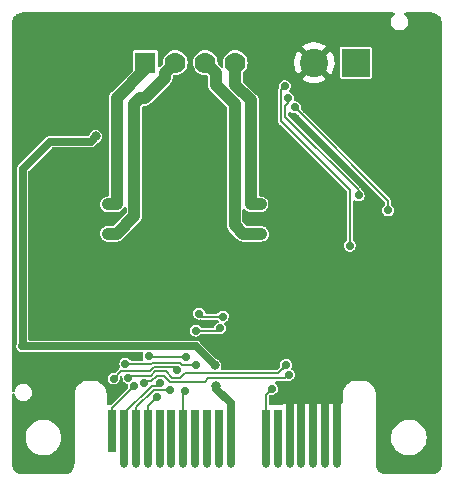
<source format=gbl>
G04 #@! TF.GenerationSoftware,KiCad,Pcbnew,(5.99.0-8491-gb8dfcb34c4)*
G04 #@! TF.CreationDate,2021-01-19T19:49:40+01:00*
G04 #@! TF.ProjectId,TMC2130_Driver,544d4332-3133-4305-9f44-72697665722e,rev?*
G04 #@! TF.SameCoordinates,PX67f3540PY6cb8080*
G04 #@! TF.FileFunction,Copper,L2,Bot*
G04 #@! TF.FilePolarity,Positive*
%FSLAX46Y46*%
G04 Gerber Fmt 4.6, Leading zero omitted, Abs format (unit mm)*
G04 Created by KiCad (PCBNEW (5.99.0-8491-gb8dfcb34c4)) date 2021-01-19 19:49:40*
%MOMM*%
%LPD*%
G01*
G04 APERTURE LIST*
G04 #@! TA.AperFunction,ConnectorPad*
%ADD10O,0.650000X0.650000*%
G04 #@! TD*
G04 #@! TA.AperFunction,ConnectorPad*
%ADD11R,0.650000X3.600000*%
G04 #@! TD*
G04 #@! TA.AperFunction,ConnectorPad*
%ADD12R,0.650000X4.600000*%
G04 #@! TD*
G04 #@! TA.AperFunction,ComponentPad*
%ADD13R,1.778000X1.778000*%
G04 #@! TD*
G04 #@! TA.AperFunction,ComponentPad*
%ADD14C,1.778000*%
G04 #@! TD*
G04 #@! TA.AperFunction,ComponentPad*
%ADD15R,2.400000X2.400000*%
G04 #@! TD*
G04 #@! TA.AperFunction,ComponentPad*
%ADD16C,2.400000*%
G04 #@! TD*
G04 #@! TA.AperFunction,ViaPad*
%ADD17C,0.800000*%
G04 #@! TD*
G04 #@! TA.AperFunction,ViaPad*
%ADD18C,0.700000*%
G04 #@! TD*
G04 #@! TA.AperFunction,Conductor*
%ADD19C,0.650000*%
G04 #@! TD*
G04 #@! TA.AperFunction,Conductor*
%ADD20C,1.000000*%
G04 #@! TD*
G04 #@! TA.AperFunction,Conductor*
%ADD21C,0.203200*%
G04 #@! TD*
G04 APERTURE END LIST*
D10*
X12652800Y1014800D03*
X22652800Y1014800D03*
X17652800Y1014800D03*
X13652800Y1014800D03*
X15652800Y1014800D03*
X10652800Y1014800D03*
X25652800Y1014800D03*
X26652800Y1014800D03*
X21652800Y1014800D03*
X18652800Y1014800D03*
X24652800Y1014800D03*
X27652800Y1014800D03*
X9652800Y1014800D03*
X23652800Y1014800D03*
X11652800Y1014800D03*
X16652800Y1014800D03*
X14652800Y1014800D03*
D11*
X8652800Y3814800D03*
D12*
X9652800Y3314800D03*
X10652800Y3314800D03*
X11652800Y3314800D03*
X12652800Y3314800D03*
X13652800Y3314800D03*
X14652800Y3314800D03*
X15652800Y3314800D03*
X16652800Y3314800D03*
X17652800Y3314800D03*
X18652800Y3314800D03*
X21652800Y3314800D03*
X22652800Y3314800D03*
X23652800Y3314800D03*
X24652800Y3314800D03*
X25652800Y3314800D03*
X26652800Y3314800D03*
X27652800Y3314800D03*
D13*
X11440000Y35000000D03*
D14*
X13980000Y35000000D03*
X16520000Y35000000D03*
X19060000Y35000000D03*
D15*
X29250000Y35000000D03*
D16*
X25750000Y35000000D03*
D17*
X15250000Y24500000D03*
X14000000Y24500000D03*
X12750000Y24500000D03*
X16500000Y24500000D03*
X16500000Y23250000D03*
X12750000Y23250000D03*
X14000000Y23250000D03*
X15250000Y23250000D03*
X15000000Y33000000D03*
X32500000Y24250000D03*
D18*
X7750000Y30750000D03*
D17*
X30750000Y17000000D03*
X30750000Y29000000D03*
X29000000Y28250000D03*
D18*
X18500000Y15500000D03*
X19550000Y12750000D03*
D17*
X21000000Y35500000D03*
D18*
X9500000Y19250000D03*
X14418600Y27881300D03*
X19750000Y19250000D03*
X8000000Y33250000D03*
X27550400Y30624500D03*
X1150000Y29150000D03*
D17*
X26500000Y24250000D03*
D18*
X19000000Y19250000D03*
D17*
X9500000Y15000000D03*
D18*
X3250000Y29250000D03*
D17*
X29000000Y15500000D03*
X34750000Y10500000D03*
X35750000Y16750000D03*
D18*
X3250000Y31750000D03*
D17*
X8500000Y35250000D03*
D18*
X11250000Y19300000D03*
X22727009Y25500000D03*
X27750000Y28500000D03*
D17*
X31250000Y8500000D03*
D18*
X12250000Y31300000D03*
D17*
X21500000Y33000000D03*
X31250000Y10500000D03*
D18*
X28500000Y29500000D03*
X22750000Y23340000D03*
X4250000Y30250000D03*
X21000000Y10250000D03*
X3050000Y18750000D03*
D17*
X4750000Y38250000D03*
D18*
X14500000Y19500000D03*
D17*
X1500000Y9000000D03*
D18*
X16250000Y31000000D03*
D17*
X32500000Y27500000D03*
X34750000Y8500000D03*
D18*
X21000000Y15510000D03*
X17000000Y30000000D03*
X11250000Y18250000D03*
X21250000Y13750000D03*
D17*
X5000000Y14250000D03*
D18*
X20250000Y9310639D03*
D17*
X32500000Y25250000D03*
X29750000Y30000000D03*
X3250000Y34500000D03*
X31000000Y25750000D03*
D18*
X9000000Y20500000D03*
X8250000Y20500000D03*
X9000000Y23000000D03*
X8250000Y23000000D03*
X21250000Y20500000D03*
X20500000Y20500000D03*
X20400000Y23000000D03*
X21200000Y23000000D03*
X10010225Y8303974D03*
X23359400Y9415500D03*
X28750000Y19500000D03*
X23250000Y33000000D03*
X9750329Y9511986D03*
X15688094Y9407044D03*
X8750000Y8250000D03*
X14114176Y8936576D03*
X23586489Y8577022D03*
X11325969Y7862702D03*
X22156801Y7391745D03*
X18000000Y13500000D03*
X16000000Y13750000D03*
X17758998Y12497347D03*
X15695990Y12311502D03*
X12435375Y6695675D03*
X13553348Y7253937D03*
X12722561Y7903687D03*
X10510667Y7613927D03*
X24096000Y31221400D03*
X32000000Y22500000D03*
X23554010Y32000000D03*
X29500000Y23750000D03*
D17*
X7250000Y28750000D03*
X17323139Y9355654D03*
X17450000Y7600000D03*
D18*
X14786900Y7205700D03*
X11725246Y10117053D03*
X14888500Y10063200D03*
D19*
X26652800Y3314800D02*
X26652800Y6902800D01*
X25652800Y3314800D02*
X25652800Y6264800D01*
X27652800Y3314800D02*
X27652800Y6264800D01*
X24652800Y3314800D02*
X24652800Y6402800D01*
X25652800Y6264800D02*
X25750000Y6362000D01*
X23652800Y3314800D02*
X23652800Y6264800D01*
X27652800Y6264800D02*
X27500000Y6417600D01*
X23652800Y6264800D02*
X23750000Y6362000D01*
X27500000Y6417600D02*
X27500000Y7000000D01*
D20*
X13091001Y34111001D02*
X13091001Y33698679D01*
X13091001Y33698679D02*
X11392322Y32000000D01*
X11000000Y32000000D02*
X10500000Y31500000D01*
X13980000Y35000000D02*
X13091001Y34111001D01*
X10500000Y22000000D02*
X9000000Y20500000D01*
X11392322Y32000000D02*
X11000000Y32000000D01*
X10500000Y31500000D02*
X10500000Y24100000D01*
X10500000Y24100000D02*
X10500000Y22000000D01*
X8250000Y20500000D02*
X9000000Y20500000D01*
X9000000Y32000000D02*
X9000000Y23000000D01*
X11440000Y35000000D02*
X11440000Y34440000D01*
X8250000Y23000000D02*
X9000000Y23000000D01*
X11440000Y34440000D02*
X9000000Y32000000D01*
X17408999Y33091001D02*
X19000000Y31500000D01*
X16520000Y35000000D02*
X17408999Y34111001D01*
X19000000Y21250000D02*
X19750000Y20500000D01*
X17408999Y34111001D02*
X17408999Y33091001D01*
X19000000Y31500000D02*
X19000000Y21250000D01*
X19750000Y20500000D02*
X21250000Y20500000D01*
X19060000Y35000000D02*
X19060000Y33140000D01*
X20400000Y23000000D02*
X21200000Y23000000D01*
X19060000Y33140000D02*
X20400000Y31800000D01*
X20400000Y31800000D02*
X20400000Y23000000D01*
D21*
X22645553Y8701653D02*
X22582053Y8701653D01*
X10172955Y8466704D02*
X10010225Y8303974D01*
X11888745Y8466704D02*
X10172955Y8466704D01*
X13690506Y8332575D02*
X13159781Y8863300D01*
X28750000Y24250000D02*
X28750000Y19500000D01*
X22950001Y30049999D02*
X28750000Y24250000D01*
X12285341Y8863300D02*
X11888745Y8466704D01*
X22582053Y8701653D02*
X14773175Y8701653D01*
X14404097Y8332575D02*
X13690506Y8332575D01*
X23250000Y9250000D02*
X22701653Y8701653D01*
X22701653Y8701653D02*
X22582053Y8701653D01*
X13159781Y8863300D02*
X12285341Y8863300D01*
X23359400Y9415500D02*
X22645553Y8701653D01*
X14773175Y8701653D02*
X14404097Y8332575D01*
X22950001Y32700001D02*
X22950001Y30049999D01*
X23250000Y33000000D02*
X22950001Y32700001D01*
X14382935Y9574522D02*
X11990745Y9574522D01*
X11990745Y9574522D02*
X11928209Y9511986D01*
X15688094Y9407044D02*
X14550413Y9407044D01*
X11928209Y9511986D02*
X9750329Y9511986D01*
X14550413Y9407044D02*
X14382935Y9574522D01*
X12138043Y9218911D02*
X13831841Y9218911D01*
X11827109Y8907976D02*
X12138043Y9218911D01*
X9407976Y8907976D02*
X11827109Y8907976D01*
X13831841Y9218911D02*
X14114176Y8936576D01*
X8750000Y8250000D02*
X9407976Y8907976D01*
X13548017Y7972155D02*
X13012483Y8507689D01*
X16779931Y8277023D02*
X16475063Y7972155D01*
X16475063Y7972155D02*
X13548017Y7972155D01*
X23586489Y8577022D02*
X23286490Y8277023D01*
X13012483Y8507689D02*
X12432639Y8507689D01*
X23286490Y8277023D02*
X16779931Y8277023D01*
X11474166Y8010899D02*
X11325969Y7862702D01*
X11935849Y8010899D02*
X11474166Y8010899D01*
X12432639Y8507689D02*
X11935849Y8010899D01*
X21652800Y3314800D02*
X21652800Y6887744D01*
X21652800Y6887744D02*
X22156801Y7391745D01*
X16250000Y13500000D02*
X16000000Y13750000D01*
X18000000Y13500000D02*
X16250000Y13500000D01*
X17573153Y12311502D02*
X17758998Y12497347D01*
X15695990Y12311502D02*
X17573153Y12311502D01*
X11652800Y5913100D02*
X12435375Y6695675D01*
X11652800Y3314800D02*
X11652800Y5818000D01*
X11652800Y5818000D02*
X11652800Y5913100D01*
X10652800Y3314800D02*
X10652800Y5818000D01*
X10652800Y5818000D02*
X12134477Y7299677D01*
X13507608Y7299677D02*
X13553348Y7253937D01*
X12134477Y7299677D02*
X13507608Y7299677D01*
X9652800Y3314800D02*
X9652800Y5335333D01*
X12474162Y7655288D02*
X12722561Y7903687D01*
X11972755Y7655288D02*
X12474162Y7655288D01*
X9652800Y5335333D02*
X11972755Y7655288D01*
X8652800Y3814800D02*
X8652800Y5756060D01*
X8652800Y5756060D02*
X10510667Y7613927D01*
X32000000Y22500000D02*
X32000000Y23308021D01*
X24096000Y31221400D02*
X24599311Y30718089D01*
X32000000Y23308021D02*
X24599311Y30708711D01*
X24599311Y30708711D02*
X24358020Y30950001D01*
X24599311Y30718089D02*
X24599311Y30708711D01*
X29500000Y24174264D02*
X23305612Y30368652D01*
X23554010Y31575736D02*
X23554010Y32000000D01*
X29500000Y23750000D02*
X29500000Y24174264D01*
X23305612Y30368652D02*
X23305612Y31327338D01*
X23305612Y31327338D02*
X23554010Y31575736D01*
D19*
X1050000Y26000000D02*
X1050000Y12810900D01*
X1050000Y11032792D02*
X1050000Y12810900D01*
X17450000Y7350000D02*
X17450000Y7600000D01*
X18652800Y3314800D02*
X18652800Y6147200D01*
X15701246Y10977546D02*
X994754Y10977546D01*
X6800000Y28300000D02*
X3350000Y28300000D01*
X18652800Y6147200D02*
X17450000Y7350000D01*
X3350000Y28300000D02*
X1050000Y26000000D01*
X994754Y10977546D02*
X1050000Y11032792D01*
X7250000Y28750000D02*
X6800000Y28300000D01*
X15701246Y10977546D02*
X17323139Y9355654D01*
D21*
X14652800Y3314800D02*
X14652800Y7071600D01*
X12259628Y10037772D02*
X14393172Y10037772D01*
X14888500Y10063200D02*
X14863072Y10037772D01*
X12000237Y10037772D02*
X12259628Y10037772D01*
X14652800Y7071600D02*
X14786900Y7205700D01*
X11804527Y10037772D02*
X11725246Y10117053D01*
X14393172Y10037772D02*
X14640004Y10037772D01*
X12259628Y10037772D02*
X11804527Y10037772D01*
X14863072Y10037772D02*
X14393172Y10037772D01*
G04 #@! TA.AperFunction,Conductor*
G36*
X32492060Y39227598D02*
G01*
X32538553Y39173942D01*
X32548657Y39103668D01*
X32519163Y39039088D01*
X32498622Y39020119D01*
X32462482Y38993523D01*
X32353089Y38864759D01*
X32349761Y38858241D01*
X32281553Y38724662D01*
X32276253Y38714283D01*
X32236094Y38550167D01*
X32236037Y38542848D01*
X32236036Y38542844D01*
X32235638Y38492145D01*
X32234767Y38381214D01*
X32272343Y38216488D01*
X32275567Y38209921D01*
X32275568Y38209919D01*
X32321142Y38117098D01*
X32346807Y38064824D01*
X32454163Y37934358D01*
X32588654Y37832089D01*
X32595342Y37829118D01*
X32595346Y37829116D01*
X32658978Y37800852D01*
X32743065Y37763502D01*
X32750260Y37762149D01*
X32856866Y37742102D01*
X32909113Y37732277D01*
X32916421Y37732615D01*
X32916424Y37732615D01*
X33070573Y37739750D01*
X33070576Y37739750D01*
X33077890Y37740089D01*
X33084933Y37742102D01*
X33084934Y37742102D01*
X33170217Y37766476D01*
X33240343Y37786518D01*
X33246729Y37790094D01*
X33246733Y37790096D01*
X33381367Y37865495D01*
X33381369Y37865496D01*
X33387759Y37869075D01*
X33458878Y37934358D01*
X33506838Y37978382D01*
X33506839Y37978383D01*
X33512228Y37983330D01*
X33607074Y38123154D01*
X33640120Y38209919D01*
X33664604Y38274204D01*
X33664605Y38274209D01*
X33667210Y38281048D01*
X33689410Y38448542D01*
X33689500Y38460000D01*
X33689047Y38463882D01*
X33689047Y38463890D01*
X33670782Y38620549D01*
X33670782Y38620550D01*
X33669934Y38627821D01*
X33612286Y38786640D01*
X33519647Y38927938D01*
X33411774Y39030127D01*
X33376076Y39091496D01*
X33379224Y39162423D01*
X33420217Y39220389D01*
X33486042Y39246990D01*
X33498427Y39247600D01*
X35645894Y39247600D01*
X35665296Y39246097D01*
X35669694Y39245412D01*
X35677618Y39243086D01*
X35752889Y39241303D01*
X35762253Y39240731D01*
X35792148Y39237787D01*
X35804373Y39235973D01*
X35923471Y39212284D01*
X35935463Y39209280D01*
X35953834Y39203707D01*
X35965475Y39199542D01*
X36077658Y39153073D01*
X36088832Y39147789D01*
X36105740Y39138751D01*
X36116335Y39132401D01*
X36217334Y39064917D01*
X36227242Y39057568D01*
X36242067Y39045401D01*
X36251223Y39037103D01*
X36337100Y38951225D01*
X36345401Y38942067D01*
X36357568Y38927241D01*
X36364930Y38917314D01*
X36432398Y38816338D01*
X36438753Y38805736D01*
X36447786Y38788837D01*
X36453073Y38777658D01*
X36499542Y38665475D01*
X36503709Y38653830D01*
X36509280Y38635464D01*
X36512284Y38623472D01*
X36530881Y38529978D01*
X36535973Y38504376D01*
X36537787Y38492145D01*
X36540731Y38462254D01*
X36541303Y38452889D01*
X36543086Y38377617D01*
X36545412Y38369693D01*
X36546097Y38365295D01*
X36547600Y38345893D01*
X36547600Y1054107D01*
X36546097Y1034705D01*
X36545412Y1030307D01*
X36543086Y1022383D01*
X36542627Y1003002D01*
X36541303Y947112D01*
X36540731Y937746D01*
X36537787Y907855D01*
X36535973Y895627D01*
X36530475Y867982D01*
X36512284Y776529D01*
X36509280Y764536D01*
X36503709Y746170D01*
X36499542Y734525D01*
X36453073Y622342D01*
X36447786Y611163D01*
X36438753Y594264D01*
X36432398Y583662D01*
X36364930Y482686D01*
X36357568Y472759D01*
X36357554Y472741D01*
X36345401Y457933D01*
X36337100Y448775D01*
X36251223Y362897D01*
X36242070Y354601D01*
X36227242Y342432D01*
X36217334Y335083D01*
X36126043Y274085D01*
X36116339Y267601D01*
X36105740Y261249D01*
X36089779Y252718D01*
X36088831Y252211D01*
X36077658Y246927D01*
X35965475Y200458D01*
X35953834Y196293D01*
X35935464Y190720D01*
X35923472Y187716D01*
X35804373Y164027D01*
X35792148Y162213D01*
X35762254Y159269D01*
X35752889Y158697D01*
X35677618Y156914D01*
X35669694Y154588D01*
X35665296Y153903D01*
X35645894Y152400D01*
X31854107Y152400D01*
X31834705Y153903D01*
X31830307Y154588D01*
X31822383Y156914D01*
X31747111Y158697D01*
X31737746Y159269D01*
X31707852Y162213D01*
X31695627Y164027D01*
X31576528Y187716D01*
X31564536Y190720D01*
X31546166Y196293D01*
X31534525Y200458D01*
X31422342Y246927D01*
X31411163Y252214D01*
X31394264Y261247D01*
X31383662Y267602D01*
X31303136Y321406D01*
X31282678Y335076D01*
X31272759Y342432D01*
X31257933Y354599D01*
X31248775Y362900D01*
X31162897Y448777D01*
X31154599Y457933D01*
X31142432Y472758D01*
X31135083Y482666D01*
X31067599Y583665D01*
X31061247Y594264D01*
X31052211Y611169D01*
X31046927Y622342D01*
X31000458Y734525D01*
X30996291Y746170D01*
X30990720Y764536D01*
X30987716Y776529D01*
X30969525Y867982D01*
X30964027Y895627D01*
X30962213Y907855D01*
X30959269Y937746D01*
X30958697Y947112D01*
X30957373Y1003002D01*
X30956914Y1022382D01*
X30954588Y1030306D01*
X30953903Y1034704D01*
X30952400Y1054106D01*
X30952400Y3150814D01*
X32245773Y3150814D01*
X32281940Y2911670D01*
X32355877Y2681384D01*
X32465681Y2465882D01*
X32608527Y2270707D01*
X32780741Y2100882D01*
X32784863Y2097952D01*
X32784865Y2097951D01*
X32973769Y1963703D01*
X32973772Y1963701D01*
X32977891Y1960774D01*
X32982427Y1958542D01*
X33190364Y1856224D01*
X33190369Y1856222D01*
X33194905Y1853990D01*
X33199748Y1852509D01*
X33199749Y1852509D01*
X33421353Y1784758D01*
X33421355Y1784758D01*
X33426201Y1783276D01*
X33665827Y1750451D01*
X33735069Y1752143D01*
X33902557Y1756236D01*
X33902561Y1756236D01*
X33907618Y1756360D01*
X34145355Y1800852D01*
X34372920Y1882780D01*
X34584459Y2000038D01*
X34588437Y2003168D01*
X34588441Y2003171D01*
X34770554Y2146480D01*
X34770555Y2146481D01*
X34774530Y2149609D01*
X34885885Y2270707D01*
X34934817Y2323920D01*
X34934819Y2323923D01*
X34938241Y2327644D01*
X35071383Y2529564D01*
X35073457Y2534178D01*
X35168454Y2745557D01*
X35168456Y2745562D01*
X35170528Y2750173D01*
X35233127Y2983795D01*
X35257569Y3224421D01*
X35257900Y3256000D01*
X35257671Y3258848D01*
X35238909Y3492044D01*
X35238908Y3492049D01*
X35238503Y3497085D01*
X35206837Y3626007D01*
X35182017Y3727053D01*
X35180810Y3731967D01*
X35126597Y3859686D01*
X35088283Y3949947D01*
X35088282Y3949949D01*
X35086306Y3954604D01*
X34957423Y4159268D01*
X34797475Y4340692D01*
X34610579Y4494211D01*
X34401542Y4615873D01*
X34396819Y4617686D01*
X34396817Y4617687D01*
X34180463Y4700738D01*
X34180465Y4700738D01*
X34175743Y4702550D01*
X34170797Y4703583D01*
X34170791Y4703585D01*
X34025746Y4733886D01*
X33938990Y4752010D01*
X33933942Y4752239D01*
X33933936Y4752240D01*
X33818183Y4757495D01*
X33697375Y4762981D01*
X33692355Y4762400D01*
X33692351Y4762400D01*
X33462141Y4735764D01*
X33462137Y4735763D01*
X33457114Y4735182D01*
X33452249Y4733805D01*
X33452247Y4733805D01*
X33335390Y4700738D01*
X33224388Y4669328D01*
X33005185Y4567111D01*
X33001005Y4564270D01*
X33001001Y4564268D01*
X32916629Y4506929D01*
X32805144Y4431164D01*
X32629412Y4264982D01*
X32626334Y4260956D01*
X32626333Y4260955D01*
X32485583Y4076862D01*
X32485580Y4076858D01*
X32482510Y4072842D01*
X32368217Y3859686D01*
X32366571Y3854905D01*
X32366569Y3854901D01*
X32324239Y3731967D01*
X32289473Y3630999D01*
X32248306Y3392665D01*
X32245773Y3150814D01*
X30952400Y3150814D01*
X30952400Y6847756D01*
X30955379Y6872658D01*
X30955852Y6877053D01*
X30957798Y6885070D01*
X30957089Y6915026D01*
X30955186Y6995352D01*
X30955289Y7000279D01*
X30955148Y7002423D01*
X30955689Y7010667D01*
X30954706Y7015607D01*
X30954587Y7020644D01*
X30952259Y7028573D01*
X30951929Y7030694D01*
X30950752Y7035487D01*
X30919363Y7193291D01*
X30913927Y7220619D01*
X30913228Y7224858D01*
X30912971Y7225816D01*
X30911893Y7234004D01*
X30910684Y7236922D01*
X30910068Y7240020D01*
X30906414Y7247430D01*
X30906096Y7248367D01*
X30904324Y7252277D01*
X30901056Y7260168D01*
X30867654Y7340807D01*
X30829972Y7431780D01*
X30828459Y7435800D01*
X30828021Y7436687D01*
X30825367Y7444505D01*
X30823612Y7447132D01*
X30822403Y7450050D01*
X30817378Y7456598D01*
X30816883Y7457456D01*
X30814373Y7460959D01*
X30706443Y7622488D01*
X30704170Y7626142D01*
X30703572Y7626922D01*
X30699437Y7634084D01*
X30697201Y7636320D01*
X30695449Y7638942D01*
X30689246Y7644382D01*
X30688591Y7645129D01*
X30685458Y7648063D01*
X30548071Y7785449D01*
X30545127Y7788592D01*
X30544385Y7789243D01*
X30538942Y7795449D01*
X30536317Y7797203D01*
X30534083Y7799437D01*
X30526932Y7803566D01*
X30526153Y7804164D01*
X30522499Y7806436D01*
X30360937Y7914388D01*
X30357450Y7916887D01*
X30356596Y7917380D01*
X30350050Y7922403D01*
X30347132Y7923612D01*
X30344505Y7925367D01*
X30336687Y7928021D01*
X30335800Y7928459D01*
X30331780Y7929972D01*
X30152277Y8004324D01*
X30148367Y8006096D01*
X30147430Y8006414D01*
X30140020Y8010068D01*
X30136922Y8010684D01*
X30134004Y8011893D01*
X30125812Y8012972D01*
X30124859Y8013227D01*
X30120615Y8013928D01*
X30119303Y8014189D01*
X29935478Y8050754D01*
X29930682Y8051932D01*
X29928571Y8052261D01*
X29920645Y8054587D01*
X29915607Y8054706D01*
X29910667Y8055689D01*
X29902421Y8055149D01*
X29900279Y8055289D01*
X29895353Y8055186D01*
X29793321Y8057603D01*
X29793318Y8057603D01*
X29785071Y8057798D01*
X29777055Y8055852D01*
X29772667Y8055380D01*
X29747757Y8052400D01*
X29352244Y8052400D01*
X29327334Y8055380D01*
X29322946Y8055852D01*
X29314930Y8057798D01*
X29306683Y8057603D01*
X29306680Y8057603D01*
X29204647Y8055186D01*
X29199720Y8055289D01*
X29197578Y8055149D01*
X29189333Y8055689D01*
X29184393Y8054706D01*
X29179356Y8054587D01*
X29171427Y8052259D01*
X29169306Y8051929D01*
X29164513Y8050752D01*
X29053705Y8028711D01*
X28979381Y8013927D01*
X28975142Y8013228D01*
X28974184Y8012971D01*
X28965996Y8011893D01*
X28963078Y8010684D01*
X28959980Y8010068D01*
X28952570Y8006414D01*
X28951633Y8006096D01*
X28947723Y8004324D01*
X28768220Y7929972D01*
X28764200Y7928459D01*
X28763313Y7928021D01*
X28755495Y7925367D01*
X28752868Y7923612D01*
X28749950Y7922403D01*
X28743402Y7917378D01*
X28742544Y7916883D01*
X28739041Y7914373D01*
X28577512Y7806443D01*
X28573858Y7804170D01*
X28573078Y7803572D01*
X28565916Y7799437D01*
X28563680Y7797201D01*
X28561058Y7795449D01*
X28555618Y7789246D01*
X28554871Y7788591D01*
X28551937Y7785458D01*
X28414551Y7648071D01*
X28411408Y7645127D01*
X28410757Y7644385D01*
X28404551Y7638942D01*
X28402797Y7636317D01*
X28400563Y7634083D01*
X28396434Y7626932D01*
X28395836Y7626153D01*
X28393564Y7622499D01*
X28285612Y7460937D01*
X28283113Y7457450D01*
X28282620Y7456596D01*
X28277597Y7450050D01*
X28276388Y7447132D01*
X28274633Y7444505D01*
X28271979Y7436687D01*
X28271541Y7435800D01*
X28270028Y7431780D01*
X28232346Y7340807D01*
X28198945Y7260168D01*
X28195676Y7252277D01*
X28193904Y7248367D01*
X28193586Y7247430D01*
X28189932Y7240020D01*
X28189316Y7236922D01*
X28188107Y7234004D01*
X28187028Y7225812D01*
X28186773Y7224859D01*
X28186072Y7220615D01*
X28149912Y7038822D01*
X28149248Y7035486D01*
X28148068Y7030682D01*
X28147739Y7028571D01*
X28145413Y7020645D01*
X28145294Y7015607D01*
X28144311Y7010667D01*
X28144852Y7002423D01*
X28144711Y7000279D01*
X28144814Y6995352D01*
X28143072Y6921791D01*
X28142202Y6885071D01*
X28144148Y6877054D01*
X28144621Y6872659D01*
X28147600Y6847757D01*
X28147600Y6248799D01*
X28127598Y6180678D01*
X28073942Y6134185D01*
X28003670Y6124081D01*
X27982250Y6127160D01*
X27973305Y6127800D01*
X27924915Y6127800D01*
X27909676Y6123325D01*
X27908471Y6121935D01*
X27906800Y6114252D01*
X27906800Y6000000D01*
X27398800Y6000000D01*
X27398800Y6109685D01*
X27394325Y6124924D01*
X27392935Y6126129D01*
X27385252Y6127800D01*
X27330057Y6127800D01*
X27325550Y6127639D01*
X27261531Y6123060D01*
X27248309Y6120674D01*
X27195290Y6105107D01*
X27124293Y6105107D01*
X27113412Y6108302D01*
X26982246Y6127161D01*
X26973305Y6127800D01*
X26924915Y6127800D01*
X26909676Y6123325D01*
X26908471Y6121935D01*
X26906800Y6114252D01*
X26906800Y6000000D01*
X26398800Y6000000D01*
X26398800Y6109685D01*
X26394325Y6124924D01*
X26392935Y6126129D01*
X26385252Y6127800D01*
X26330057Y6127800D01*
X26325550Y6127639D01*
X26261531Y6123060D01*
X26248309Y6120674D01*
X26195290Y6105107D01*
X26124293Y6105107D01*
X26113412Y6108302D01*
X25982246Y6127161D01*
X25973305Y6127800D01*
X25924915Y6127800D01*
X25909676Y6123325D01*
X25908471Y6121935D01*
X25906800Y6114252D01*
X25906800Y6000000D01*
X25398800Y6000000D01*
X25398800Y6109685D01*
X25394325Y6124924D01*
X25392935Y6126129D01*
X25385252Y6127800D01*
X25330057Y6127800D01*
X25325550Y6127639D01*
X25261531Y6123060D01*
X25248309Y6120674D01*
X25195290Y6105107D01*
X25124293Y6105107D01*
X25113412Y6108302D01*
X24982246Y6127161D01*
X24973305Y6127800D01*
X24924915Y6127800D01*
X24909676Y6123325D01*
X24908471Y6121935D01*
X24906800Y6114252D01*
X24906800Y6000000D01*
X24398800Y6000000D01*
X24398800Y6109685D01*
X24394325Y6124924D01*
X24392935Y6126129D01*
X24385252Y6127800D01*
X24330057Y6127800D01*
X24325550Y6127639D01*
X24261531Y6123060D01*
X24248309Y6120674D01*
X24195290Y6105107D01*
X24124293Y6105107D01*
X24113412Y6108302D01*
X23982246Y6127161D01*
X23973305Y6127800D01*
X23924915Y6127800D01*
X23909676Y6123325D01*
X23908471Y6121935D01*
X23906800Y6114252D01*
X23906800Y6000000D01*
X23398800Y6000000D01*
X23398800Y6109685D01*
X23394325Y6124924D01*
X23392935Y6126129D01*
X23385252Y6127800D01*
X23330057Y6127800D01*
X23325550Y6127639D01*
X23261531Y6123060D01*
X23248309Y6120674D01*
X23123342Y6083981D01*
X23107108Y6076567D01*
X23019090Y6020002D01*
X22950970Y6000000D01*
X22033300Y6000000D01*
X21965179Y6020002D01*
X21918686Y6073658D01*
X21907300Y6126000D01*
X21907300Y6730137D01*
X21927302Y6798258D01*
X21944205Y6819232D01*
X21979265Y6854292D01*
X22041577Y6888318D01*
X22075576Y6889230D01*
X22075597Y6890378D01*
X22210600Y6887904D01*
X22210603Y6887904D01*
X22219578Y6887740D01*
X22228241Y6890102D01*
X22228243Y6890102D01*
X22349848Y6923255D01*
X22358512Y6925617D01*
X22481231Y7000967D01*
X22491266Y7012053D01*
X22571841Y7101071D01*
X22571842Y7101072D01*
X22577869Y7107731D01*
X22585409Y7123292D01*
X22636744Y7229248D01*
X22636745Y7229250D01*
X22640658Y7237327D01*
X22664549Y7379336D01*
X22664701Y7391745D01*
X22654295Y7464406D01*
X22645559Y7525410D01*
X22645558Y7525413D01*
X22644286Y7534296D01*
X22638084Y7547938D01*
X22606290Y7617864D01*
X22584683Y7665387D01*
X22490682Y7774480D01*
X22465515Y7790792D01*
X22419233Y7844626D01*
X22409402Y7914939D01*
X22439146Y7979405D01*
X22499020Y8017556D01*
X22534049Y8022523D01*
X23248943Y8022523D01*
X23273523Y8020102D01*
X23274317Y8019944D01*
X23274319Y8019944D01*
X23286490Y8017523D01*
X23298661Y8019944D01*
X23299456Y8020102D01*
X23315981Y8023389D01*
X23373627Y8034855D01*
X23373628Y8034856D01*
X23385797Y8037276D01*
X23415679Y8057243D01*
X23483429Y8078458D01*
X23500135Y8077264D01*
X23505285Y8075655D01*
X23514262Y8075491D01*
X23514265Y8075490D01*
X23640288Y8073181D01*
X23640291Y8073181D01*
X23649266Y8073017D01*
X23657929Y8075379D01*
X23657931Y8075379D01*
X23779536Y8108532D01*
X23788200Y8110894D01*
X23910919Y8186244D01*
X23957396Y8237591D01*
X24001529Y8286348D01*
X24001530Y8286349D01*
X24007557Y8293008D01*
X24011828Y8301822D01*
X24066432Y8414525D01*
X24066433Y8414527D01*
X24070346Y8422604D01*
X24094237Y8564613D01*
X24094389Y8577022D01*
X24083440Y8653476D01*
X24075247Y8710687D01*
X24075246Y8710690D01*
X24073974Y8719573D01*
X24059306Y8751835D01*
X24018087Y8842490D01*
X24014371Y8850664D01*
X23920370Y8959757D01*
X23863255Y8996777D01*
X23843964Y9009281D01*
X23797680Y9063117D01*
X23787849Y9133429D01*
X23799104Y9169951D01*
X23839343Y9253003D01*
X23839344Y9253005D01*
X23843257Y9261082D01*
X23867148Y9403091D01*
X23867300Y9415500D01*
X23853869Y9509286D01*
X23848158Y9549165D01*
X23848157Y9549168D01*
X23846885Y9558051D01*
X23840488Y9572122D01*
X23804345Y9651613D01*
X23787282Y9689142D01*
X23693281Y9798235D01*
X23572440Y9876560D01*
X23434472Y9917821D01*
X23425496Y9917876D01*
X23425495Y9917876D01*
X23365082Y9918245D01*
X23290470Y9918701D01*
X23152009Y9879128D01*
X23144422Y9874341D01*
X23144420Y9874340D01*
X23079234Y9833211D01*
X23030220Y9802285D01*
X23024277Y9795556D01*
X22989051Y9755670D01*
X22934893Y9694349D01*
X22873693Y9563996D01*
X22872312Y9555128D01*
X22872312Y9555127D01*
X22863289Y9497174D01*
X22851538Y9421705D01*
X22852702Y9412804D01*
X22852702Y9412800D01*
X22861317Y9346926D01*
X22850317Y9276787D01*
X22825476Y9241493D01*
X22577041Y8993058D01*
X22514729Y8959032D01*
X22487946Y8956153D01*
X17944414Y8956153D01*
X17876293Y8976155D01*
X17829800Y9029811D01*
X17819696Y9100085D01*
X17829850Y9134604D01*
X17853653Y9186594D01*
X17853653Y9186596D01*
X17857228Y9194403D01*
X17880917Y9343970D01*
X17881039Y9355654D01*
X17860487Y9505684D01*
X17800347Y9644661D01*
X17705048Y9762346D01*
X17676395Y9782709D01*
X17588614Y9845091D01*
X17581612Y9850067D01*
X17487741Y9883863D01*
X17441327Y9913319D01*
X16087279Y11267366D01*
X16080021Y11276449D01*
X16079603Y11276094D01*
X16073781Y11282935D01*
X16068993Y11290523D01*
X16030220Y11324766D01*
X16024533Y11330112D01*
X16014485Y11340160D01*
X16010889Y11342855D01*
X16007334Y11345520D01*
X15999493Y11351903D01*
X15973096Y11375216D01*
X15966369Y11381157D01*
X15958241Y11384973D01*
X15953127Y11388332D01*
X15945682Y11392806D01*
X15940329Y11395736D01*
X15933146Y11401120D01*
X15891743Y11416641D01*
X15882457Y11420554D01*
X15842432Y11439346D01*
X15833563Y11440727D01*
X15827730Y11442510D01*
X15819319Y11444717D01*
X15813348Y11446030D01*
X15804942Y11449181D01*
X15776900Y11451265D01*
X15760857Y11452457D01*
X15750815Y11453610D01*
X15739028Y11455446D01*
X15725320Y11455446D01*
X15715982Y11455793D01*
X15677355Y11458664D01*
X15677345Y11458663D01*
X15668401Y11459328D01*
X15659628Y11457455D01*
X15650666Y11456844D01*
X15650662Y11456897D01*
X15636915Y11455446D01*
X1653900Y11455446D01*
X1585779Y11475448D01*
X1539286Y11529104D01*
X1527900Y11581446D01*
X1527900Y12317707D01*
X15188128Y12317707D01*
X15206800Y12174918D01*
X15210414Y12166704D01*
X15210415Y12166701D01*
X15260603Y12052639D01*
X15264797Y12043108D01*
X15357458Y11932875D01*
X15364929Y11927902D01*
X15364930Y11927901D01*
X15469860Y11858053D01*
X15469863Y11858052D01*
X15477333Y11853079D01*
X15485897Y11850403D01*
X15485900Y11850402D01*
X15606219Y11812811D01*
X15606223Y11812810D01*
X15614786Y11810135D01*
X15680329Y11808934D01*
X15749789Y11807661D01*
X15749792Y11807661D01*
X15758767Y11807497D01*
X15767430Y11809859D01*
X15767432Y11809859D01*
X15889037Y11843012D01*
X15897701Y11845374D01*
X16020420Y11920724D01*
X16106260Y12015559D01*
X16166802Y12052639D01*
X16199674Y12057002D01*
X17476885Y12057002D01*
X17531131Y12044727D01*
X17532868Y12043898D01*
X17540341Y12038924D01*
X17548908Y12036247D01*
X17548909Y12036247D01*
X17669227Y11998656D01*
X17669231Y11998655D01*
X17677794Y11995980D01*
X17743337Y11994779D01*
X17812797Y11993506D01*
X17812800Y11993506D01*
X17821775Y11993342D01*
X17830438Y11995704D01*
X17830440Y11995704D01*
X17952045Y12028857D01*
X17960709Y12031219D01*
X18083428Y12106569D01*
X18137857Y12166701D01*
X18174038Y12206673D01*
X18174039Y12206674D01*
X18180066Y12213333D01*
X18234934Y12326579D01*
X18238941Y12334850D01*
X18238942Y12334852D01*
X18242855Y12342929D01*
X18266746Y12484938D01*
X18266898Y12497347D01*
X18256865Y12567405D01*
X18247756Y12631012D01*
X18247755Y12631015D01*
X18246483Y12639898D01*
X18186880Y12770989D01*
X18136630Y12829306D01*
X18107316Y12893968D01*
X18117615Y12964213D01*
X18164256Y13017740D01*
X18185210Y13027030D01*
X18184813Y13027947D01*
X18193046Y13031510D01*
X18201711Y13033872D01*
X18324430Y13109222D01*
X18335429Y13121373D01*
X18415040Y13209326D01*
X18415041Y13209327D01*
X18421068Y13215986D01*
X18432946Y13240501D01*
X18479943Y13337503D01*
X18479944Y13337505D01*
X18483857Y13345582D01*
X18504597Y13468860D01*
X18506941Y13482794D01*
X18507748Y13487591D01*
X18507900Y13500000D01*
X18492834Y13605199D01*
X18488758Y13633665D01*
X18488757Y13633668D01*
X18487485Y13642551D01*
X18427882Y13773642D01*
X18333881Y13882735D01*
X18213040Y13961060D01*
X18075072Y14002321D01*
X18066096Y14002376D01*
X18066095Y14002376D01*
X18005682Y14002745D01*
X17931070Y14003201D01*
X17792609Y13963628D01*
X17670820Y13886785D01*
X17664877Y13880056D01*
X17591605Y13797092D01*
X17531519Y13759274D01*
X17497164Y13754500D01*
X16616496Y13754500D01*
X16548375Y13774502D01*
X16501882Y13828158D01*
X16491769Y13862638D01*
X16488758Y13883664D01*
X16488758Y13883666D01*
X16487485Y13892551D01*
X16427882Y14023642D01*
X16333881Y14132735D01*
X16213040Y14211060D01*
X16075072Y14252321D01*
X16066096Y14252376D01*
X16066095Y14252376D01*
X16005682Y14252745D01*
X15931070Y14253201D01*
X15792609Y14213628D01*
X15670820Y14136785D01*
X15575493Y14028849D01*
X15514293Y13898496D01*
X15512912Y13889628D01*
X15512912Y13889627D01*
X15495664Y13778849D01*
X15492138Y13756205D01*
X15510810Y13613416D01*
X15514424Y13605202D01*
X15514425Y13605199D01*
X15562857Y13495129D01*
X15568807Y13481606D01*
X15661468Y13371373D01*
X15668939Y13366400D01*
X15668940Y13366399D01*
X15773870Y13296551D01*
X15773873Y13296550D01*
X15781343Y13291577D01*
X15789907Y13288901D01*
X15789910Y13288900D01*
X15910229Y13251309D01*
X15910233Y13251308D01*
X15918796Y13248633D01*
X15985521Y13247410D01*
X16053800Y13246159D01*
X16053803Y13246159D01*
X16062777Y13245995D01*
X16071440Y13248357D01*
X16071442Y13248357D01*
X16101476Y13256545D01*
X16159197Y13258561D01*
X16208762Y13248703D01*
X16224863Y13245500D01*
X16224867Y13245500D01*
X16224873Y13245499D01*
X16250000Y13240501D01*
X16262171Y13242922D01*
X16262173Y13242922D01*
X16262962Y13243079D01*
X16287542Y13245500D01*
X17498440Y13245500D01*
X17566561Y13225498D01*
X17594892Y13200574D01*
X17623815Y13166165D01*
X17652336Y13101149D01*
X17641178Y13031035D01*
X17593885Y12978083D01*
X17561991Y12963943D01*
X17561278Y12963739D01*
X17560234Y12963441D01*
X17560232Y12963440D01*
X17551607Y12960975D01*
X17429818Y12884132D01*
X17334491Y12776196D01*
X17273291Y12645843D01*
X17271796Y12646545D01*
X17238427Y12595867D01*
X17173523Y12567093D01*
X17156977Y12566002D01*
X16198120Y12566002D01*
X16129999Y12586004D01*
X16102667Y12609754D01*
X16035731Y12687437D01*
X16035728Y12687440D01*
X16029871Y12694237D01*
X15909030Y12772562D01*
X15771062Y12813823D01*
X15762086Y12813878D01*
X15762085Y12813878D01*
X15701672Y12814247D01*
X15627060Y12814703D01*
X15488599Y12775130D01*
X15481012Y12770343D01*
X15481010Y12770342D01*
X15415824Y12729213D01*
X15366810Y12698287D01*
X15271483Y12590351D01*
X15210283Y12459998D01*
X15188128Y12317707D01*
X1527900Y12317707D01*
X1527900Y23041310D01*
X7593398Y23041310D01*
X7593896Y23033399D01*
X7603068Y22887617D01*
X7603753Y22876722D01*
X7606202Y22869186D01*
X7606202Y22869184D01*
X7648515Y22738959D01*
X7654714Y22719880D01*
X7743079Y22580639D01*
X7863296Y22467748D01*
X7870239Y22463931D01*
X8000865Y22392118D01*
X8000869Y22392116D01*
X8007811Y22388300D01*
X8167543Y22347288D01*
X8170531Y22347100D01*
X8927373Y22347100D01*
X8950661Y22344898D01*
X8950909Y22344882D01*
X8958690Y22343398D01*
X9013574Y22346851D01*
X9021486Y22347100D01*
X9039579Y22347100D01*
X9046087Y22347922D01*
X9057537Y22349368D01*
X9065413Y22350112D01*
X9100097Y22352294D01*
X9123278Y22353753D01*
X9131690Y22356486D01*
X9154830Y22361659D01*
X9163613Y22362769D01*
X9217519Y22384112D01*
X9224966Y22386793D01*
X9272584Y22402265D01*
X9272586Y22402266D01*
X9280120Y22404714D01*
X9287591Y22409455D01*
X9308715Y22420218D01*
X9309568Y22420556D01*
X9309574Y22420559D01*
X9316946Y22423478D01*
X9363857Y22457560D01*
X9370400Y22462007D01*
X9379446Y22467748D01*
X9419361Y22493079D01*
X9425416Y22499527D01*
X9443205Y22515210D01*
X9443951Y22515752D01*
X9443954Y22515755D01*
X9450364Y22520412D01*
X9487323Y22565088D01*
X9492558Y22571026D01*
X9526825Y22607516D01*
X9526828Y22607520D01*
X9532252Y22613296D01*
X9536517Y22621053D01*
X9549843Y22640662D01*
X9555483Y22647480D01*
X9580169Y22699940D01*
X9583762Y22706992D01*
X9610685Y22755965D01*
X9661030Y22806023D01*
X9730447Y22820917D01*
X9796897Y22795916D01*
X9839281Y22738959D01*
X9847100Y22695264D01*
X9847100Y22322630D01*
X9827098Y22254509D01*
X9810195Y22233535D01*
X8766465Y21189805D01*
X8704153Y21155779D01*
X8677370Y21152900D01*
X8210421Y21152900D01*
X8152031Y21145524D01*
X8094252Y21138225D01*
X8094249Y21138224D01*
X8086387Y21137231D01*
X8079020Y21134314D01*
X8079019Y21134314D01*
X8059925Y21126754D01*
X7933054Y21076522D01*
X7926643Y21071864D01*
X7926641Y21071863D01*
X7864655Y21026827D01*
X7799636Y20979588D01*
X7794583Y20973480D01*
X7785050Y20961957D01*
X7694517Y20852520D01*
X7624300Y20703302D01*
X7622815Y20695519D01*
X7622814Y20695515D01*
X7610472Y20630816D01*
X7593398Y20541310D01*
X7603753Y20376722D01*
X7654714Y20219880D01*
X7743079Y20080639D01*
X7863296Y19967748D01*
X7870239Y19963931D01*
X8000865Y19892118D01*
X8000869Y19892116D01*
X8007811Y19888300D01*
X8167543Y19847288D01*
X8170531Y19847100D01*
X8920695Y19847100D01*
X8930941Y19846617D01*
X8938086Y19845020D01*
X8946009Y19845269D01*
X9002300Y19847038D01*
X9006258Y19847100D01*
X9039579Y19847100D01*
X9045383Y19847833D01*
X9057203Y19848763D01*
X9094994Y19849951D01*
X9102918Y19850200D01*
X9123246Y19856106D01*
X9142610Y19860116D01*
X9155748Y19861775D01*
X9155752Y19861776D01*
X9163613Y19862769D01*
X9170983Y19865687D01*
X9170987Y19865688D01*
X9206140Y19879606D01*
X9217370Y19883451D01*
X9253673Y19893998D01*
X9253672Y19893998D01*
X9261284Y19896209D01*
X9279506Y19906986D01*
X9297262Y19915684D01*
X9309573Y19920558D01*
X9309579Y19920561D01*
X9316946Y19923478D01*
X9353946Y19950360D01*
X9363866Y19956876D01*
X9398116Y19977132D01*
X9403231Y19980157D01*
X9405477Y19982137D01*
X9419170Y19995830D01*
X9434204Y20008671D01*
X9443950Y20015752D01*
X9450364Y20020412D01*
X9478247Y20054117D01*
X9486237Y20062897D01*
X10905586Y21482246D01*
X10913179Y21489156D01*
X10919361Y21493079D01*
X10963356Y21539929D01*
X10966110Y21542770D01*
X10989656Y21566316D01*
X10992078Y21569438D01*
X10992084Y21569445D01*
X10993233Y21570927D01*
X11000942Y21579954D01*
X11026828Y21607520D01*
X11032252Y21613296D01*
X11036068Y21620237D01*
X11036070Y21620240D01*
X11042450Y21631846D01*
X11053304Y21648370D01*
X11061426Y21658841D01*
X11066282Y21665101D01*
X11069430Y21672375D01*
X11084449Y21707081D01*
X11089671Y21717741D01*
X11091281Y21720670D01*
X11111700Y21757811D01*
X11113671Y21765488D01*
X11113673Y21765493D01*
X11116965Y21778318D01*
X11123369Y21797022D01*
X11131777Y21816452D01*
X11138931Y21861623D01*
X11141339Y21873249D01*
X11151233Y21911782D01*
X11151233Y21911784D01*
X11152712Y21917543D01*
X11152900Y21920531D01*
X11152900Y21939900D01*
X11154451Y21959611D01*
X11156335Y21971506D01*
X11157575Y21979335D01*
X11153459Y22022877D01*
X11152900Y22034735D01*
X11152900Y31177370D01*
X11172902Y31245491D01*
X11189805Y31266465D01*
X11232705Y31309365D01*
X11295017Y31343391D01*
X11328659Y31345411D01*
X11330408Y31345020D01*
X11338333Y31345269D01*
X11338334Y31345269D01*
X11394622Y31347038D01*
X11398580Y31347100D01*
X11431901Y31347100D01*
X11437705Y31347833D01*
X11449525Y31348763D01*
X11487316Y31349951D01*
X11495240Y31350200D01*
X11515568Y31356106D01*
X11534932Y31360116D01*
X11548070Y31361775D01*
X11548074Y31361776D01*
X11555935Y31362769D01*
X11563305Y31365687D01*
X11563309Y31365688D01*
X11598462Y31379606D01*
X11609692Y31383451D01*
X11645995Y31393998D01*
X11645994Y31393998D01*
X11653606Y31396209D01*
X11671828Y31406986D01*
X11689584Y31415684D01*
X11701895Y31420558D01*
X11701901Y31420561D01*
X11709268Y31423478D01*
X11746268Y31450360D01*
X11756188Y31456876D01*
X11790438Y31477132D01*
X11795553Y31480157D01*
X11797799Y31482137D01*
X11811492Y31495830D01*
X11826526Y31508671D01*
X11836272Y31515752D01*
X11842686Y31520412D01*
X11870569Y31554117D01*
X11878559Y31562897D01*
X13496587Y33180925D01*
X13504180Y33187835D01*
X13510362Y33191758D01*
X13554357Y33238608D01*
X13557111Y33241449D01*
X13580658Y33264996D01*
X13583085Y33268125D01*
X13583092Y33268133D01*
X13584237Y33269610D01*
X13591949Y33278640D01*
X13617825Y33306195D01*
X13623253Y33311975D01*
X13627901Y33320430D01*
X13633453Y33330528D01*
X13644309Y33347055D01*
X13652423Y33357516D01*
X13657283Y33363781D01*
X13675444Y33405748D01*
X13680666Y33416407D01*
X13698880Y33449538D01*
X13698882Y33449544D01*
X13702701Y33456490D01*
X13705681Y33468095D01*
X13707966Y33476997D01*
X13714370Y33495701D01*
X13722778Y33515131D01*
X13729932Y33560302D01*
X13732340Y33571928D01*
X13742234Y33610461D01*
X13742234Y33610463D01*
X13743713Y33616222D01*
X13743901Y33619210D01*
X13743901Y33638580D01*
X13745452Y33658291D01*
X13747336Y33670186D01*
X13748576Y33678015D01*
X13744460Y33721557D01*
X13743901Y33733415D01*
X13743901Y33788371D01*
X13763903Y33856492D01*
X13780806Y33877466D01*
X13824210Y33920870D01*
X13886522Y33954896D01*
X13928222Y33956889D01*
X13951959Y33954059D01*
X13951962Y33954059D01*
X13958075Y33953330D01*
X13964210Y33953802D01*
X13964212Y33953802D01*
X14035169Y33959262D01*
X14161792Y33969005D01*
X14358585Y34023950D01*
X14373930Y34031701D01*
X14535463Y34113298D01*
X14540957Y34116073D01*
X14568168Y34137332D01*
X14632386Y34187505D01*
X14701963Y34241864D01*
X14728634Y34272762D01*
X14831445Y34391871D01*
X14831445Y34391872D01*
X14835469Y34396533D01*
X14856121Y34432886D01*
X14892943Y34497705D01*
X14936391Y34574187D01*
X15000884Y34768061D01*
X15026492Y34970769D01*
X15026900Y35000000D01*
X15025467Y35014617D01*
X15473202Y35014617D01*
X15490299Y34811015D01*
X15491998Y34805091D01*
X15542784Y34627978D01*
X15546617Y34614610D01*
X15640011Y34432886D01*
X15660566Y34406952D01*
X15763094Y34277592D01*
X15763099Y34277587D01*
X15766923Y34272762D01*
X15922520Y34140339D01*
X15927898Y34137333D01*
X15927900Y34137332D01*
X15970899Y34113301D01*
X16100875Y34040660D01*
X16295194Y33977522D01*
X16498075Y33953330D01*
X16504210Y33953802D01*
X16504212Y33953802D01*
X16575171Y33959262D01*
X16644625Y33944545D01*
X16673932Y33922728D01*
X16719194Y33877466D01*
X16753220Y33815154D01*
X16756099Y33788371D01*
X16756099Y33170306D01*
X16755616Y33160060D01*
X16754019Y33152915D01*
X16754268Y33144992D01*
X16756037Y33088701D01*
X16756099Y33084743D01*
X16756099Y33051422D01*
X16756595Y33047496D01*
X16756832Y33045621D01*
X16757762Y33033798D01*
X16758909Y32997300D01*
X16759199Y32988083D01*
X16761411Y32980470D01*
X16765105Y32967755D01*
X16769115Y32948391D01*
X16770774Y32935253D01*
X16770775Y32935249D01*
X16771768Y32927388D01*
X16774686Y32920018D01*
X16774687Y32920014D01*
X16788605Y32884861D01*
X16792450Y32873631D01*
X16805208Y32829717D01*
X16809242Y32822897D01*
X16815984Y32811497D01*
X16824683Y32793739D01*
X16829557Y32781428D01*
X16829560Y32781422D01*
X16832477Y32774055D01*
X16837136Y32767643D01*
X16859359Y32737055D01*
X16865875Y32727135D01*
X16885037Y32694734D01*
X16889156Y32687770D01*
X16891136Y32685524D01*
X16904829Y32671831D01*
X16917670Y32656797D01*
X16929411Y32640637D01*
X16935519Y32635584D01*
X16963116Y32612754D01*
X16971896Y32604764D01*
X18310195Y31266465D01*
X18344221Y31204153D01*
X18347100Y31177370D01*
X18347100Y21329305D01*
X18346617Y21319059D01*
X18345020Y21311914D01*
X18345269Y21303991D01*
X18347038Y21247700D01*
X18347100Y21243742D01*
X18347100Y21210421D01*
X18347596Y21206495D01*
X18347833Y21204620D01*
X18348763Y21192797D01*
X18349927Y21155779D01*
X18350200Y21147082D01*
X18352412Y21139469D01*
X18356106Y21126754D01*
X18360116Y21107390D01*
X18361775Y21094252D01*
X18361776Y21094248D01*
X18362769Y21086387D01*
X18365687Y21079017D01*
X18365688Y21079013D01*
X18379606Y21043860D01*
X18383451Y21032630D01*
X18396209Y20988716D01*
X18400243Y20981896D01*
X18406985Y20970496D01*
X18415684Y20952738D01*
X18420558Y20940427D01*
X18420561Y20940421D01*
X18423478Y20933054D01*
X18428137Y20926642D01*
X18450360Y20896054D01*
X18456876Y20886134D01*
X18476038Y20853733D01*
X18480157Y20846769D01*
X18482137Y20844523D01*
X18495830Y20830830D01*
X18508671Y20815796D01*
X18520412Y20799636D01*
X18526520Y20794583D01*
X18554117Y20771753D01*
X18562897Y20763763D01*
X19232246Y20094414D01*
X19239156Y20086821D01*
X19243079Y20080639D01*
X19248856Y20075214D01*
X19289928Y20036645D01*
X19292770Y20033890D01*
X19316316Y20010344D01*
X19319438Y20007922D01*
X19319445Y20007916D01*
X19320927Y20006767D01*
X19329952Y19999060D01*
X19363296Y19967748D01*
X19370237Y19963932D01*
X19370240Y19963930D01*
X19381846Y19957550D01*
X19398370Y19946696D01*
X19415101Y19933718D01*
X19422373Y19930571D01*
X19422375Y19930570D01*
X19457081Y19915551D01*
X19467741Y19910329D01*
X19507811Y19888300D01*
X19515488Y19886329D01*
X19515493Y19886327D01*
X19528318Y19883035D01*
X19547022Y19876631D01*
X19566452Y19868223D01*
X19574280Y19866983D01*
X19574281Y19866983D01*
X19611623Y19861069D01*
X19623249Y19858661D01*
X19661782Y19848767D01*
X19661784Y19848767D01*
X19667543Y19847288D01*
X19670531Y19847100D01*
X19689900Y19847100D01*
X19709610Y19845549D01*
X19729335Y19842425D01*
X19737227Y19843171D01*
X19772877Y19846541D01*
X19784735Y19847100D01*
X21289579Y19847100D01*
X21347969Y19854476D01*
X21405748Y19861775D01*
X21405751Y19861776D01*
X21413613Y19862769D01*
X21420980Y19865686D01*
X21420981Y19865686D01*
X21464799Y19883035D01*
X21566946Y19923478D01*
X21576708Y19930570D01*
X21693950Y20015752D01*
X21700364Y20020412D01*
X21805483Y20147480D01*
X21875700Y20296698D01*
X21877185Y20304481D01*
X21877186Y20304485D01*
X21905117Y20450905D01*
X21905117Y20450906D01*
X21906602Y20458690D01*
X21896247Y20623278D01*
X21845286Y20780120D01*
X21756921Y20919361D01*
X21742340Y20933054D01*
X21642481Y21026827D01*
X21636704Y21032252D01*
X21615589Y21043860D01*
X21499135Y21107882D01*
X21499131Y21107884D01*
X21492189Y21111700D01*
X21332457Y21152712D01*
X21329469Y21152900D01*
X20072630Y21152900D01*
X20004509Y21172902D01*
X19983535Y21189805D01*
X19689805Y21483535D01*
X19655779Y21545847D01*
X19652900Y21572630D01*
X19652900Y22525405D01*
X19672902Y22593526D01*
X19726558Y22640019D01*
X19796832Y22650123D01*
X19861412Y22620629D01*
X19885284Y22592921D01*
X19888831Y22587332D01*
X19893079Y22580639D01*
X19898856Y22575214D01*
X19899526Y22574585D01*
X19915210Y22556795D01*
X19915752Y22556049D01*
X19915755Y22556046D01*
X19920412Y22549636D01*
X19926519Y22544584D01*
X19965088Y22512677D01*
X19971026Y22507442D01*
X20007516Y22473175D01*
X20007519Y22473173D01*
X20013296Y22467748D01*
X20020243Y22463929D01*
X20020244Y22463928D01*
X20021053Y22463483D01*
X20040662Y22450157D01*
X20047480Y22444517D01*
X20082287Y22428138D01*
X20099940Y22419831D01*
X20106992Y22416238D01*
X20157811Y22388300D01*
X20166383Y22386099D01*
X20188691Y22378068D01*
X20196698Y22374300D01*
X20204481Y22372815D01*
X20204485Y22372814D01*
X20241847Y22365687D01*
X20253658Y22363434D01*
X20261378Y22361708D01*
X20311786Y22348766D01*
X20317543Y22347288D01*
X20320531Y22347100D01*
X20327373Y22347100D01*
X20350661Y22344898D01*
X20350909Y22344882D01*
X20358690Y22343398D01*
X20413574Y22346851D01*
X20421486Y22347100D01*
X21239579Y22347100D01*
X21303690Y22355199D01*
X21355748Y22361775D01*
X21355751Y22361776D01*
X21363613Y22362769D01*
X21370980Y22365686D01*
X21370981Y22365686D01*
X21422543Y22386101D01*
X21516946Y22423478D01*
X21563855Y22457559D01*
X21643950Y22515752D01*
X21650364Y22520412D01*
X21755483Y22647480D01*
X21825700Y22796698D01*
X21827185Y22804481D01*
X21827186Y22804485D01*
X21855117Y22950905D01*
X21855117Y22950906D01*
X21856602Y22958690D01*
X21846247Y23123278D01*
X21822776Y23195515D01*
X21797737Y23272578D01*
X21797736Y23272581D01*
X21795286Y23280120D01*
X21706921Y23419361D01*
X21664363Y23459326D01*
X21592481Y23526827D01*
X21586704Y23532252D01*
X21579761Y23536069D01*
X21449135Y23607882D01*
X21449131Y23607884D01*
X21442189Y23611700D01*
X21282457Y23652712D01*
X21279469Y23652900D01*
X21178900Y23652900D01*
X21110779Y23672902D01*
X21064286Y23726558D01*
X21052900Y23778900D01*
X21052900Y31720700D01*
X21053383Y31730940D01*
X21054980Y31738086D01*
X21052962Y31802300D01*
X21052900Y31806258D01*
X21052900Y31839579D01*
X21052167Y31845383D01*
X21051237Y31857203D01*
X21050049Y31894994D01*
X21049800Y31902918D01*
X21043894Y31923246D01*
X21039884Y31942610D01*
X21038225Y31955748D01*
X21038224Y31955752D01*
X21037231Y31963613D01*
X21034313Y31970983D01*
X21034312Y31970987D01*
X21020394Y32006140D01*
X21016549Y32017370D01*
X21006002Y32053673D01*
X21003791Y32061284D01*
X20993014Y32079506D01*
X20984316Y32097262D01*
X20979442Y32109573D01*
X20979439Y32109579D01*
X20976522Y32116946D01*
X20949640Y32153946D01*
X20943124Y32163866D01*
X20922868Y32198116D01*
X20919843Y32203231D01*
X20917863Y32205477D01*
X20904170Y32219170D01*
X20891329Y32234204D01*
X20884248Y32243950D01*
X20879588Y32250364D01*
X20861330Y32265468D01*
X20845883Y32278247D01*
X20837103Y32286237D01*
X20423339Y32700001D01*
X22690501Y32700001D01*
X22692922Y32687830D01*
X22692922Y32687828D01*
X22693080Y32687034D01*
X22695501Y32662454D01*
X22695501Y30087546D01*
X22693080Y30062966D01*
X22690501Y30049999D01*
X22710254Y29950692D01*
X22752268Y29887815D01*
X22766507Y29866505D01*
X22776823Y29859612D01*
X22777501Y29859159D01*
X22796594Y29843489D01*
X28458595Y24181488D01*
X28492621Y24119176D01*
X28495500Y24092393D01*
X28495500Y20003388D01*
X28475498Y19935267D01*
X28436734Y19896826D01*
X28432252Y19893998D01*
X28429276Y19892120D01*
X28420820Y19886785D01*
X28414877Y19880056D01*
X28387241Y19848764D01*
X28325493Y19778849D01*
X28264293Y19648496D01*
X28242138Y19506205D01*
X28260810Y19363416D01*
X28264424Y19355202D01*
X28264425Y19355199D01*
X28315193Y19239819D01*
X28318807Y19231606D01*
X28411468Y19121373D01*
X28418939Y19116400D01*
X28418940Y19116399D01*
X28523870Y19046551D01*
X28523873Y19046550D01*
X28531343Y19041577D01*
X28539907Y19038901D01*
X28539910Y19038900D01*
X28660229Y19001309D01*
X28660233Y19001308D01*
X28668796Y18998633D01*
X28734339Y18997432D01*
X28803799Y18996159D01*
X28803802Y18996159D01*
X28812777Y18995995D01*
X28821440Y18998357D01*
X28821442Y18998357D01*
X28943047Y19031510D01*
X28951711Y19033872D01*
X29074430Y19109222D01*
X29171068Y19215986D01*
X29233857Y19345582D01*
X29257748Y19487591D01*
X29257900Y19500000D01*
X29237485Y19642551D01*
X29231088Y19656622D01*
X29181598Y19765468D01*
X29177882Y19773642D01*
X29083881Y19882735D01*
X29061968Y19896938D01*
X29015684Y19950773D01*
X29004500Y20002670D01*
X29004500Y23240624D01*
X29024502Y23308745D01*
X29078158Y23355238D01*
X29148432Y23365342D01*
X29200319Y23345511D01*
X29273870Y23296551D01*
X29273873Y23296550D01*
X29281343Y23291577D01*
X29289907Y23288901D01*
X29289910Y23288900D01*
X29410229Y23251309D01*
X29410233Y23251308D01*
X29418796Y23248633D01*
X29484339Y23247432D01*
X29553799Y23246159D01*
X29553802Y23246159D01*
X29562777Y23245995D01*
X29571440Y23248357D01*
X29571442Y23248357D01*
X29681967Y23278489D01*
X29701711Y23283872D01*
X29824430Y23359222D01*
X29856955Y23395155D01*
X29915040Y23459326D01*
X29915041Y23459327D01*
X29921068Y23465986D01*
X29936777Y23498408D01*
X29979943Y23587503D01*
X29979944Y23587505D01*
X29983857Y23595582D01*
X30007748Y23737591D01*
X30007900Y23750000D01*
X29987485Y23892551D01*
X29927882Y24023642D01*
X29868642Y24092393D01*
X29839739Y24125937D01*
X29839737Y24125939D01*
X29833881Y24132735D01*
X29826354Y24137614D01*
X29826349Y24137618D01*
X29802638Y24152986D01*
X29756353Y24206822D01*
X29747590Y24234139D01*
X29742168Y24261400D01*
X29742167Y24261401D01*
X29739747Y24273570D01*
X29697734Y24336448D01*
X29697729Y24336455D01*
X29690388Y24347441D01*
X29690387Y24347442D01*
X29683494Y24357758D01*
X29672503Y24365102D01*
X29653410Y24380772D01*
X23597017Y30437164D01*
X23562991Y30499476D01*
X23560112Y30526259D01*
X23560112Y30739260D01*
X23580114Y30807381D01*
X23633770Y30853874D01*
X23704044Y30863978D01*
X23755591Y30839953D01*
X23757468Y30842773D01*
X23869870Y30767951D01*
X23869873Y30767950D01*
X23877343Y30762977D01*
X23885907Y30760301D01*
X23885910Y30760300D01*
X24006229Y30722709D01*
X24006233Y30722708D01*
X24014796Y30720033D01*
X24082753Y30718788D01*
X24149801Y30717559D01*
X24149804Y30717559D01*
X24158777Y30717395D01*
X24162846Y30718504D01*
X24230553Y30707461D01*
X24265152Y30682952D01*
X24392803Y30555302D01*
X24408473Y30536208D01*
X24415817Y30525217D01*
X24426133Y30518324D01*
X24426811Y30517871D01*
X24445904Y30502201D01*
X31708595Y23239509D01*
X31742621Y23177197D01*
X31745500Y23150414D01*
X31745500Y23003388D01*
X31725498Y22935267D01*
X31686734Y22896826D01*
X31670820Y22886785D01*
X31664877Y22880056D01*
X31599493Y22806023D01*
X31575493Y22778849D01*
X31514293Y22648496D01*
X31512912Y22639628D01*
X31512912Y22639627D01*
X31498114Y22544584D01*
X31492138Y22506205D01*
X31493302Y22497303D01*
X31493302Y22497300D01*
X31498195Y22459886D01*
X31510810Y22363416D01*
X31514424Y22355202D01*
X31514425Y22355199D01*
X31565193Y22239819D01*
X31568807Y22231606D01*
X31661468Y22121373D01*
X31668939Y22116400D01*
X31668940Y22116399D01*
X31773870Y22046551D01*
X31773873Y22046550D01*
X31781343Y22041577D01*
X31789907Y22038901D01*
X31789910Y22038900D01*
X31910229Y22001309D01*
X31910233Y22001308D01*
X31918796Y21998633D01*
X31984339Y21997432D01*
X32053799Y21996159D01*
X32053802Y21996159D01*
X32062777Y21995995D01*
X32071440Y21998357D01*
X32071442Y21998357D01*
X32193047Y22031510D01*
X32201711Y22033872D01*
X32324430Y22109222D01*
X32421068Y22215986D01*
X32429571Y22233535D01*
X32479943Y22337503D01*
X32479944Y22337505D01*
X32483857Y22345582D01*
X32507748Y22487591D01*
X32507900Y22500000D01*
X32494506Y22593526D01*
X32488758Y22633665D01*
X32488757Y22633668D01*
X32487485Y22642551D01*
X32481088Y22656622D01*
X32435919Y22755965D01*
X32427882Y22773642D01*
X32333881Y22882735D01*
X32311968Y22896938D01*
X32265684Y22950773D01*
X32254500Y23002670D01*
X32254500Y23270479D01*
X32256921Y23295059D01*
X32257078Y23295848D01*
X32257078Y23295850D01*
X32259499Y23308021D01*
X32254500Y23333153D01*
X32254500Y23333158D01*
X32239747Y23407327D01*
X32183494Y23491515D01*
X32172500Y23498861D01*
X32153407Y23514531D01*
X24824708Y30843231D01*
X24809038Y30862323D01*
X24797044Y30880273D01*
X24782805Y30901583D01*
X24771811Y30908929D01*
X24752718Y30924599D01*
X24630183Y31047134D01*
X24596157Y31109446D01*
X24595024Y31157132D01*
X24602941Y31204191D01*
X24602942Y31204198D01*
X24603748Y31208991D01*
X24603900Y31221400D01*
X24591302Y31309365D01*
X24584758Y31355065D01*
X24584757Y31355068D01*
X24583485Y31363951D01*
X24523882Y31495042D01*
X24429881Y31604135D01*
X24309040Y31682460D01*
X24171072Y31723721D01*
X24162095Y31723776D01*
X24153216Y31725103D01*
X24153554Y31727362D01*
X24097565Y31744178D01*
X24051404Y31798120D01*
X24042085Y31870655D01*
X24061758Y31987591D01*
X24061910Y32000000D01*
X24041495Y32142551D01*
X23981892Y32273642D01*
X23887891Y32382735D01*
X23767050Y32461060D01*
X23728136Y32472698D01*
X23701248Y32480739D01*
X23641715Y32519421D01*
X23612545Y32584148D01*
X23623001Y32654371D01*
X23643936Y32686011D01*
X23665040Y32709326D01*
X23665041Y32709327D01*
X23671068Y32715986D01*
X23678948Y32732249D01*
X23729943Y32837503D01*
X23729944Y32837505D01*
X23733857Y32845582D01*
X23757748Y32987591D01*
X23757900Y33000000D01*
X23737485Y33142551D01*
X23731088Y33156622D01*
X23699904Y33225206D01*
X23677882Y33273642D01*
X23583881Y33382735D01*
X23463040Y33461060D01*
X23325072Y33502321D01*
X23316096Y33502376D01*
X23316095Y33502376D01*
X23255682Y33502745D01*
X23181070Y33503201D01*
X23042609Y33463628D01*
X23035022Y33458841D01*
X23035020Y33458840D01*
X22969834Y33417711D01*
X22920820Y33386785D01*
X22914877Y33380056D01*
X22833011Y33287361D01*
X22825493Y33278849D01*
X22764293Y33148496D01*
X22762912Y33139628D01*
X22762912Y33139627D01*
X22746946Y33037082D01*
X22742138Y33006205D01*
X22743302Y32997304D01*
X22743302Y32997300D01*
X22753406Y32920040D01*
X22742406Y32849901D01*
X22733234Y32833699D01*
X22718399Y32811497D01*
X22710254Y32799308D01*
X22707834Y32787139D01*
X22707833Y32787138D01*
X22697871Y32737055D01*
X22690501Y32700001D01*
X20423339Y32700001D01*
X19749805Y33373535D01*
X19715779Y33435847D01*
X19712900Y33462630D01*
X19712900Y33623971D01*
X24739180Y33623971D01*
X24746436Y33613799D01*
X24761323Y33601548D01*
X24769125Y33596066D01*
X24984223Y33468095D01*
X24992780Y33463848D01*
X25224751Y33369889D01*
X25233853Y33366985D01*
X25477365Y33309197D01*
X25486805Y33307701D01*
X25736261Y33287411D01*
X25745805Y33287361D01*
X25995457Y33305037D01*
X26004915Y33306434D01*
X26249030Y33361672D01*
X26258137Y33364474D01*
X26491101Y33456006D01*
X26499687Y33460156D01*
X26716117Y33585869D01*
X26723977Y33591271D01*
X26751711Y33613609D01*
X26760177Y33625797D01*
X26753813Y33636977D01*
X25762812Y34627978D01*
X25748868Y34635592D01*
X25747035Y34635461D01*
X25740420Y34631210D01*
X24746396Y33637186D01*
X24739180Y33623971D01*
X19712900Y33623971D01*
X19712900Y34126452D01*
X19732902Y34194573D01*
X19761325Y34225740D01*
X19781963Y34241864D01*
X19915469Y34396533D01*
X19936121Y34432886D01*
X19972943Y34497705D01*
X20016391Y34574187D01*
X20080884Y34768061D01*
X20100595Y34924091D01*
X24039040Y34924091D01*
X24039490Y34914553D01*
X24070208Y34666161D01*
X24072093Y34656810D01*
X24140032Y34415922D01*
X24143314Y34406952D01*
X24246906Y34179112D01*
X24251506Y34170747D01*
X24364090Y33998373D01*
X24374815Y33989217D01*
X24384531Y33993741D01*
X25377978Y34987188D01*
X25384356Y34998868D01*
X26114408Y34998868D01*
X26114539Y34997035D01*
X26118790Y34990420D01*
X27112514Y33996696D01*
X27123860Y33990500D01*
X27136349Y34000382D01*
X27239729Y34155101D01*
X27244416Y34163419D01*
X27350392Y34390168D01*
X27353760Y34399080D01*
X27424221Y34639259D01*
X27426204Y34648587D01*
X27459723Y34898139D01*
X27460255Y34904677D01*
X27462905Y34996705D01*
X27462750Y35003290D01*
X27443653Y35254343D01*
X27442211Y35263766D01*
X27385695Y35507593D01*
X27382839Y35516705D01*
X27290096Y35749166D01*
X27285893Y35757746D01*
X27159059Y35973499D01*
X27153600Y35981352D01*
X27136750Y36002050D01*
X27124427Y36010516D01*
X27113423Y36004213D01*
X26122022Y35012812D01*
X26114408Y34998868D01*
X25384356Y34998868D01*
X25385592Y35001132D01*
X25385461Y35002965D01*
X25381210Y35009580D01*
X24388851Y36001939D01*
X24376592Y36008633D01*
X24365152Y36000011D01*
X24301726Y35914139D01*
X24296649Y35906046D01*
X24180114Y35684550D01*
X24176325Y35675792D01*
X24094634Y35439215D01*
X24092210Y35429977D01*
X24047244Y35183766D01*
X24046246Y35174273D01*
X24039040Y34924091D01*
X20100595Y34924091D01*
X20106492Y34970769D01*
X20106900Y35000000D01*
X20086962Y35203344D01*
X20027907Y35398943D01*
X19931985Y35579346D01*
X19802850Y35737682D01*
X19645419Y35867919D01*
X19559938Y35914139D01*
X19471115Y35962166D01*
X19471112Y35962167D01*
X19465690Y35965099D01*
X19350835Y36000652D01*
X19276395Y36023695D01*
X19276392Y36023696D01*
X19270508Y36025517D01*
X19264383Y36026161D01*
X19264382Y36026161D01*
X19073437Y36046230D01*
X19073436Y36046230D01*
X19067309Y36046874D01*
X18991473Y36039973D01*
X18869969Y36028916D01*
X18869965Y36028915D01*
X18863831Y36028357D01*
X18667824Y35970669D01*
X18662364Y35967815D01*
X18662365Y35967815D01*
X18511606Y35889000D01*
X18486756Y35876009D01*
X18327522Y35747981D01*
X18323564Y35743264D01*
X18323561Y35743261D01*
X18318880Y35737682D01*
X18196189Y35591464D01*
X18193223Y35586069D01*
X18193219Y35586063D01*
X18100729Y35417825D01*
X18100727Y35417821D01*
X18097757Y35412418D01*
X18095893Y35406543D01*
X18095892Y35406540D01*
X18037839Y35223533D01*
X18035977Y35217663D01*
X18013202Y35014617D01*
X18030299Y34811015D01*
X18031998Y34805091D01*
X18056002Y34721377D01*
X18055551Y34650382D01*
X18016789Y34590901D01*
X17952022Y34561818D01*
X17881814Y34572368D01*
X17845788Y34597552D01*
X17599605Y34843735D01*
X17565579Y34906047D01*
X17563694Y34948623D01*
X17566050Y34967268D01*
X17566050Y34967273D01*
X17566492Y34970769D01*
X17566900Y35000000D01*
X17546962Y35203344D01*
X17487907Y35398943D01*
X17391985Y35579346D01*
X17262850Y35737682D01*
X17105419Y35867919D01*
X17019938Y35914139D01*
X16931115Y35962166D01*
X16931112Y35962167D01*
X16925690Y35965099D01*
X16810835Y36000652D01*
X16736395Y36023695D01*
X16736392Y36023696D01*
X16730508Y36025517D01*
X16724383Y36026161D01*
X16724382Y36026161D01*
X16533437Y36046230D01*
X16533436Y36046230D01*
X16527309Y36046874D01*
X16451473Y36039973D01*
X16329969Y36028916D01*
X16329965Y36028915D01*
X16323831Y36028357D01*
X16127824Y35970669D01*
X16122364Y35967815D01*
X16122365Y35967815D01*
X15971606Y35889000D01*
X15946756Y35876009D01*
X15787522Y35747981D01*
X15783564Y35743264D01*
X15783561Y35743261D01*
X15778880Y35737682D01*
X15656189Y35591464D01*
X15653223Y35586069D01*
X15653219Y35586063D01*
X15560729Y35417825D01*
X15560727Y35417821D01*
X15557757Y35412418D01*
X15555893Y35406543D01*
X15555892Y35406540D01*
X15497839Y35223533D01*
X15495977Y35217663D01*
X15473202Y35014617D01*
X15025467Y35014617D01*
X15006962Y35203344D01*
X14947907Y35398943D01*
X14851985Y35579346D01*
X14722850Y35737682D01*
X14565419Y35867919D01*
X14479938Y35914139D01*
X14391115Y35962166D01*
X14391112Y35962167D01*
X14385690Y35965099D01*
X14270835Y36000652D01*
X14196395Y36023695D01*
X14196392Y36023696D01*
X14190508Y36025517D01*
X14184383Y36026161D01*
X14184382Y36026161D01*
X13993437Y36046230D01*
X13993436Y36046230D01*
X13987309Y36046874D01*
X13911473Y36039973D01*
X13789969Y36028916D01*
X13789965Y36028915D01*
X13783831Y36028357D01*
X13587824Y35970669D01*
X13582364Y35967815D01*
X13582365Y35967815D01*
X13431606Y35889000D01*
X13406756Y35876009D01*
X13247522Y35747981D01*
X13243564Y35743264D01*
X13243561Y35743261D01*
X13238880Y35737682D01*
X13116189Y35591464D01*
X13113223Y35586069D01*
X13113219Y35586063D01*
X13020729Y35417825D01*
X13020727Y35417821D01*
X13017757Y35412418D01*
X13015893Y35406543D01*
X13015892Y35406540D01*
X12957839Y35223533D01*
X12955977Y35217663D01*
X12933202Y35014617D01*
X12933718Y35008473D01*
X12939004Y34945519D01*
X12924772Y34875963D01*
X12902541Y34845881D01*
X12701995Y34645335D01*
X12639683Y34611309D01*
X12568868Y34616374D01*
X12512032Y34658921D01*
X12487221Y34725441D01*
X12486900Y34734430D01*
X12486900Y35889000D01*
X12483510Y35906046D01*
X12477303Y35937250D01*
X12477303Y35937251D01*
X12474881Y35949426D01*
X12440652Y36000652D01*
X12389426Y36034881D01*
X12377251Y36037303D01*
X12377250Y36037303D01*
X12335070Y36045693D01*
X12335067Y36045693D01*
X12329000Y36046900D01*
X10551000Y36046900D01*
X10544933Y36045693D01*
X10544930Y36045693D01*
X10502750Y36037303D01*
X10502749Y36037303D01*
X10490574Y36034881D01*
X10439348Y36000652D01*
X10405119Y35949426D01*
X10402697Y35937251D01*
X10402697Y35937250D01*
X10396491Y35906046D01*
X10393100Y35889000D01*
X10393100Y34368630D01*
X10373098Y34300509D01*
X10356195Y34279535D01*
X8594414Y32517754D01*
X8586821Y32510844D01*
X8580639Y32506921D01*
X8575214Y32501144D01*
X8536645Y32460072D01*
X8533890Y32457230D01*
X8510343Y32433683D01*
X8507916Y32430554D01*
X8507909Y32430546D01*
X8506764Y32429069D01*
X8499052Y32420039D01*
X8467748Y32386704D01*
X8463928Y32379755D01*
X8463927Y32379754D01*
X8457548Y32368151D01*
X8446692Y32351624D01*
X8433718Y32334898D01*
X8430569Y32327621D01*
X8415557Y32292931D01*
X8410335Y32282272D01*
X8392121Y32249141D01*
X8392119Y32249135D01*
X8388300Y32242189D01*
X8386328Y32234509D01*
X8386327Y32234506D01*
X8383035Y32221682D01*
X8376631Y32202978D01*
X8368223Y32183548D01*
X8366983Y32175720D01*
X8366983Y32175719D01*
X8361069Y32138377D01*
X8358661Y32126751D01*
X8347288Y32082457D01*
X8347100Y32079469D01*
X8347100Y32060099D01*
X8345549Y32040389D01*
X8342425Y32020664D01*
X8343171Y32012772D01*
X8346541Y31977122D01*
X8347100Y31965264D01*
X8347100Y23778900D01*
X8327098Y23710779D01*
X8273442Y23664286D01*
X8221100Y23652900D01*
X8210421Y23652900D01*
X8152031Y23645524D01*
X8094252Y23638225D01*
X8094249Y23638224D01*
X8086387Y23637231D01*
X8079020Y23634314D01*
X8079019Y23634314D01*
X8043700Y23620330D01*
X7933054Y23576522D01*
X7926643Y23571864D01*
X7926641Y23571863D01*
X7864655Y23526827D01*
X7799636Y23479588D01*
X7794583Y23473480D01*
X7782874Y23459326D01*
X7694517Y23352520D01*
X7691142Y23345347D01*
X7691141Y23345346D01*
X7679305Y23320192D01*
X7624300Y23203302D01*
X7622815Y23195519D01*
X7622814Y23195515D01*
X7619320Y23177197D01*
X7593398Y23041310D01*
X1527900Y23041310D01*
X1527900Y25749858D01*
X1547902Y25817979D01*
X1564805Y25838953D01*
X3511047Y27785195D01*
X3573359Y27819221D01*
X3600142Y27822100D01*
X6731971Y27822100D01*
X6743526Y27820809D01*
X6743570Y27821356D01*
X6752516Y27820636D01*
X6761272Y27818655D01*
X6812894Y27821858D01*
X6820697Y27822100D01*
X6834913Y27822100D01*
X6839343Y27822735D01*
X6839349Y27822735D01*
X6843752Y27823366D01*
X6853814Y27824397D01*
X6871985Y27825525D01*
X6888968Y27826578D01*
X6888970Y27826578D01*
X6897926Y27827134D01*
X6906366Y27830181D01*
X6912364Y27831423D01*
X6920779Y27833521D01*
X6926649Y27835238D01*
X6935534Y27836510D01*
X6975783Y27854811D01*
X6985135Y27858617D01*
X7018262Y27870576D01*
X7026708Y27873625D01*
X7033959Y27878922D01*
X7039336Y27881781D01*
X7046888Y27886194D01*
X7052006Y27889467D01*
X7060172Y27893180D01*
X7075328Y27906239D01*
X7093664Y27922037D01*
X7101574Y27928318D01*
X7101636Y27928363D01*
X7111210Y27935358D01*
X7120895Y27945043D01*
X7127743Y27951402D01*
X7157098Y27976695D01*
X7157100Y27976697D01*
X7163896Y27982553D01*
X7168776Y27990082D01*
X7174680Y27996850D01*
X7174720Y27996815D01*
X7183418Y28007566D01*
X7368752Y28192900D01*
X7417659Y28223224D01*
X7489921Y28247542D01*
X7489923Y28247543D01*
X7498062Y28250282D01*
X7623308Y28335400D01*
X7721051Y28451062D01*
X7784089Y28588749D01*
X7807778Y28738316D01*
X7807900Y28750000D01*
X7787348Y28900030D01*
X7727208Y29039007D01*
X7631909Y29156692D01*
X7554058Y29212018D01*
X7515475Y29239437D01*
X7508473Y29244413D01*
X7365994Y29295709D01*
X7357434Y29296338D01*
X7357432Y29296338D01*
X7266574Y29303010D01*
X7214969Y29306799D01*
X7066525Y29276868D01*
X7058873Y29272969D01*
X6939250Y29212018D01*
X6939247Y29212016D01*
X6931599Y29208119D01*
X6925277Y29202306D01*
X6925276Y29202305D01*
X6826456Y29111436D01*
X6826453Y29111432D01*
X6820131Y29105619D01*
X6740333Y28976918D01*
X6737936Y28968669D01*
X6737936Y28968668D01*
X6724488Y28922380D01*
X6692586Y28868439D01*
X6638952Y28814805D01*
X6576640Y28780779D01*
X6549857Y28777900D01*
X3418024Y28777900D01*
X3406474Y28779191D01*
X3406430Y28778643D01*
X3397485Y28779363D01*
X3388728Y28781344D01*
X3337116Y28778142D01*
X3329314Y28777900D01*
X3315087Y28777900D01*
X3310647Y28777264D01*
X3310644Y28777264D01*
X3306229Y28776632D01*
X3296180Y28775603D01*
X3261031Y28773422D01*
X3261029Y28773422D01*
X3252074Y28772866D01*
X3243633Y28769819D01*
X3237637Y28768577D01*
X3229221Y28766479D01*
X3223351Y28764762D01*
X3214466Y28763490D01*
X3174217Y28745189D01*
X3164866Y28741384D01*
X3123292Y28726375D01*
X3116041Y28721078D01*
X3110664Y28718219D01*
X3103125Y28713813D01*
X3098000Y28710536D01*
X3089828Y28706820D01*
X3083030Y28700963D01*
X3083029Y28700962D01*
X3056346Y28677971D01*
X3048431Y28671687D01*
X3042722Y28667516D01*
X3042717Y28667511D01*
X3038789Y28664642D01*
X3029098Y28654951D01*
X3022250Y28648592D01*
X2986104Y28617447D01*
X2981221Y28609913D01*
X2975322Y28603151D01*
X2975281Y28603186D01*
X2966586Y28592439D01*
X760180Y26386033D01*
X751096Y26378774D01*
X751452Y26378356D01*
X744615Y26372537D01*
X737023Y26367747D01*
X731082Y26361020D01*
X731075Y26361014D01*
X702780Y26328975D01*
X697434Y26323287D01*
X687386Y26313239D01*
X684691Y26309643D01*
X682026Y26306088D01*
X675643Y26298247D01*
X646389Y26265123D01*
X642573Y26256995D01*
X639214Y26251881D01*
X634740Y26244436D01*
X631810Y26239083D01*
X626426Y26231900D01*
X610905Y26190497D01*
X606992Y26181211D01*
X588200Y26141186D01*
X586819Y26132317D01*
X585036Y26126484D01*
X582827Y26118064D01*
X581516Y26112101D01*
X578365Y26103696D01*
X577700Y26094744D01*
X577699Y26094741D01*
X575090Y26059630D01*
X573937Y26049584D01*
X572100Y26037782D01*
X572100Y26024075D01*
X571753Y26014737D01*
X568882Y25976110D01*
X568883Y25976100D01*
X568218Y25967156D01*
X570091Y25958383D01*
X570702Y25949421D01*
X570649Y25949417D01*
X572100Y25935670D01*
X572100Y11238773D01*
X560644Y11186665D01*
X556388Y11180099D01*
X553817Y11171502D01*
X542665Y11134213D01*
X539932Y11126092D01*
X523119Y11081242D01*
X522454Y11072288D01*
X520840Y11064949D01*
X519730Y11057524D01*
X517158Y11048923D01*
X517103Y11039947D01*
X517103Y11039946D01*
X516865Y11001032D01*
X516521Y10992467D01*
X512972Y10944702D01*
X514845Y10935926D01*
X515356Y10928437D01*
X516377Y10920985D01*
X516322Y10912009D01*
X518789Y10903378D01*
X518789Y10903376D01*
X529480Y10865969D01*
X531555Y10857651D01*
X541556Y10810801D01*
X545820Y10802900D01*
X548417Y10795841D01*
X551479Y10788996D01*
X553946Y10780363D01*
X558738Y10772768D01*
X558739Y10772766D01*
X579509Y10739847D01*
X583834Y10732445D01*
X606571Y10690306D01*
X612881Y10683919D01*
X617339Y10677893D01*
X622215Y10672163D01*
X627007Y10664569D01*
X633736Y10658626D01*
X662900Y10632869D01*
X669129Y10626979D01*
X702793Y10592902D01*
X710638Y10588545D01*
X716612Y10584010D01*
X722901Y10579879D01*
X729631Y10573935D01*
X772997Y10553574D01*
X780591Y10549688D01*
X822485Y10526418D01*
X831241Y10524437D01*
X838248Y10521761D01*
X845441Y10519562D01*
X853568Y10515746D01*
X873282Y10512676D01*
X900898Y10508376D01*
X909309Y10506772D01*
X956026Y10496201D01*
X1007648Y10499404D01*
X1015451Y10499646D01*
X11151094Y10499646D01*
X11219215Y10479644D01*
X11265708Y10425988D01*
X11275812Y10355714D01*
X11265150Y10320099D01*
X11239539Y10265549D01*
X11217384Y10123258D01*
X11218548Y10114356D01*
X11218548Y10114353D01*
X11225960Y10057674D01*
X11236056Y9980469D01*
X11239671Y9972253D01*
X11239673Y9972246D01*
X11252440Y9943230D01*
X11261566Y9872823D01*
X11231178Y9808658D01*
X11170925Y9771108D01*
X11137110Y9766486D01*
X10252459Y9766486D01*
X10184338Y9786488D01*
X10157006Y9810238D01*
X10090070Y9887921D01*
X10090067Y9887924D01*
X10084210Y9894721D01*
X9963369Y9973046D01*
X9825401Y10014307D01*
X9816425Y10014362D01*
X9816424Y10014362D01*
X9756011Y10014731D01*
X9681399Y10015187D01*
X9542938Y9975614D01*
X9421149Y9898771D01*
X9415206Y9892042D01*
X9332358Y9798235D01*
X9325822Y9790835D01*
X9264622Y9660482D01*
X9263241Y9651614D01*
X9263241Y9651613D01*
X9247290Y9549165D01*
X9242467Y9518191D01*
X9261139Y9375402D01*
X9264754Y9367185D01*
X9264755Y9367183D01*
X9306776Y9271681D01*
X9315902Y9201274D01*
X9285515Y9137109D01*
X9261446Y9116170D01*
X9245804Y9105718D01*
X9245785Y9105705D01*
X9234799Y9098364D01*
X9234798Y9098363D01*
X9224482Y9091470D01*
X9217589Y9081154D01*
X9217140Y9080482D01*
X9201470Y9061389D01*
X8927437Y8787356D01*
X8865125Y8753330D01*
X8826005Y8752042D01*
X8825072Y8752321D01*
X8816101Y8752376D01*
X8816100Y8752376D01*
X8749522Y8752783D01*
X8681070Y8753201D01*
X8542609Y8713628D01*
X8420820Y8636785D01*
X8414877Y8630056D01*
X8373519Y8583227D01*
X8325493Y8528849D01*
X8321678Y8520723D01*
X8271819Y8414525D01*
X8264293Y8398496D01*
X8262912Y8389628D01*
X8262912Y8389627D01*
X8247106Y8288111D01*
X8242138Y8256205D01*
X8243302Y8247303D01*
X8243302Y8247300D01*
X8243934Y8242468D01*
X8260810Y8113416D01*
X8264424Y8105202D01*
X8264425Y8105199D01*
X8315193Y7989819D01*
X8318807Y7981606D01*
X8324581Y7974737D01*
X8405401Y7878591D01*
X8411468Y7871373D01*
X8418939Y7866400D01*
X8418940Y7866399D01*
X8523870Y7796551D01*
X8523873Y7796550D01*
X8531343Y7791577D01*
X8539907Y7788901D01*
X8539910Y7788900D01*
X8660229Y7751309D01*
X8660233Y7751308D01*
X8668796Y7748633D01*
X8734339Y7747432D01*
X8803799Y7746159D01*
X8803802Y7746159D01*
X8812777Y7745995D01*
X8821440Y7748357D01*
X8821442Y7748357D01*
X8943047Y7781510D01*
X8951711Y7783872D01*
X9074430Y7859222D01*
X9080926Y7866399D01*
X9165040Y7959326D01*
X9165041Y7959327D01*
X9171068Y7965986D01*
X9177570Y7979405D01*
X9229943Y8087503D01*
X9229944Y8087505D01*
X9233857Y8095582D01*
X9257748Y8237591D01*
X9257808Y8242452D01*
X9257809Y8242468D01*
X9257856Y8246305D01*
X9262062Y8260006D01*
X9256222Y8269342D01*
X9252816Y8285499D01*
X9252695Y8286348D01*
X9248297Y8317054D01*
X9258440Y8387322D01*
X9283929Y8424011D01*
X9290647Y8430729D01*
X9352959Y8464755D01*
X9423774Y8459690D01*
X9480610Y8417143D01*
X9505421Y8350623D01*
X9504242Y8322252D01*
X9503744Y8319056D01*
X9503744Y8319048D01*
X9502363Y8310179D01*
X9503479Y8301643D01*
X9499325Y8288111D01*
X9505169Y8278767D01*
X9508781Y8261099D01*
X9521035Y8167390D01*
X9524649Y8159176D01*
X9524650Y8159173D01*
X9571155Y8053481D01*
X9579032Y8035580D01*
X9584806Y8028711D01*
X9664287Y7934158D01*
X9671693Y7925347D01*
X9679164Y7920374D01*
X9679165Y7920373D01*
X9784095Y7850525D01*
X9784098Y7850524D01*
X9791568Y7845551D01*
X9800132Y7842875D01*
X9800137Y7842873D01*
X9922847Y7804536D01*
X9981904Y7765130D01*
X10010281Y7700051D01*
X10009773Y7664884D01*
X10004247Y7629391D01*
X10002805Y7620132D01*
X10003969Y7611231D01*
X10003969Y7611227D01*
X10012584Y7545353D01*
X10001584Y7475214D01*
X9976743Y7439920D01*
X8573728Y6036905D01*
X8511416Y6002879D01*
X8484633Y6000000D01*
X8278400Y6000000D01*
X8210279Y6020002D01*
X8163786Y6073658D01*
X8152400Y6126000D01*
X8152400Y6847760D01*
X8155367Y6872561D01*
X8155849Y6877042D01*
X8157798Y6885070D01*
X8155186Y6995352D01*
X8155289Y7000279D01*
X8155148Y7002423D01*
X8155689Y7010667D01*
X8154706Y7015607D01*
X8154587Y7020644D01*
X8152259Y7028573D01*
X8151929Y7030694D01*
X8150752Y7035487D01*
X8119363Y7193291D01*
X8113927Y7220619D01*
X8113228Y7224858D01*
X8112971Y7225816D01*
X8111893Y7234004D01*
X8110684Y7236922D01*
X8110068Y7240020D01*
X8106414Y7247430D01*
X8106096Y7248367D01*
X8104324Y7252277D01*
X8101056Y7260168D01*
X8067654Y7340807D01*
X8029972Y7431780D01*
X8028459Y7435800D01*
X8028021Y7436687D01*
X8025367Y7444505D01*
X8023612Y7447132D01*
X8022403Y7450050D01*
X8017378Y7456598D01*
X8016883Y7457456D01*
X8014373Y7460959D01*
X7906443Y7622488D01*
X7904170Y7626142D01*
X7903572Y7626922D01*
X7899437Y7634084D01*
X7897201Y7636320D01*
X7895449Y7638942D01*
X7889246Y7644382D01*
X7888591Y7645129D01*
X7885458Y7648063D01*
X7748071Y7785449D01*
X7745127Y7788592D01*
X7744385Y7789243D01*
X7738942Y7795449D01*
X7736317Y7797203D01*
X7734083Y7799437D01*
X7726932Y7803566D01*
X7726153Y7804164D01*
X7722499Y7806436D01*
X7560937Y7914388D01*
X7557450Y7916887D01*
X7556596Y7917380D01*
X7550050Y7922403D01*
X7547132Y7923612D01*
X7544505Y7925367D01*
X7536687Y7928021D01*
X7535800Y7928459D01*
X7531780Y7929972D01*
X7352277Y8004324D01*
X7348367Y8006096D01*
X7347430Y8006414D01*
X7340020Y8010068D01*
X7336922Y8010684D01*
X7334004Y8011893D01*
X7325812Y8012972D01*
X7324859Y8013227D01*
X7320615Y8013928D01*
X7319303Y8014189D01*
X7135478Y8050754D01*
X7130682Y8051932D01*
X7128571Y8052261D01*
X7120645Y8054587D01*
X7115607Y8054706D01*
X7110667Y8055689D01*
X7102421Y8055149D01*
X7100279Y8055289D01*
X7095353Y8055186D01*
X6993321Y8057603D01*
X6993318Y8057603D01*
X6985071Y8057798D01*
X6977055Y8055852D01*
X6972667Y8055380D01*
X6947757Y8052400D01*
X6652244Y8052400D01*
X6627334Y8055380D01*
X6622946Y8055852D01*
X6614930Y8057798D01*
X6606683Y8057603D01*
X6606680Y8057603D01*
X6504647Y8055186D01*
X6499720Y8055289D01*
X6497578Y8055149D01*
X6489333Y8055689D01*
X6484393Y8054706D01*
X6479356Y8054587D01*
X6471427Y8052259D01*
X6469306Y8051929D01*
X6464513Y8050752D01*
X6353705Y8028711D01*
X6279381Y8013927D01*
X6275142Y8013228D01*
X6274184Y8012971D01*
X6265996Y8011893D01*
X6263078Y8010684D01*
X6259980Y8010068D01*
X6252570Y8006414D01*
X6251633Y8006096D01*
X6247723Y8004324D01*
X6068220Y7929972D01*
X6064200Y7928459D01*
X6063313Y7928021D01*
X6055495Y7925367D01*
X6052868Y7923612D01*
X6049950Y7922403D01*
X6043402Y7917378D01*
X6042544Y7916883D01*
X6039041Y7914373D01*
X5877512Y7806443D01*
X5873858Y7804170D01*
X5873078Y7803572D01*
X5865916Y7799437D01*
X5863680Y7797201D01*
X5861058Y7795449D01*
X5855618Y7789246D01*
X5854871Y7788591D01*
X5851937Y7785458D01*
X5714551Y7648071D01*
X5711408Y7645127D01*
X5710757Y7644385D01*
X5704551Y7638942D01*
X5702797Y7636317D01*
X5700563Y7634083D01*
X5696434Y7626932D01*
X5695836Y7626153D01*
X5693564Y7622499D01*
X5585612Y7460937D01*
X5583113Y7457450D01*
X5582620Y7456596D01*
X5577597Y7450050D01*
X5576388Y7447132D01*
X5574633Y7444505D01*
X5571979Y7436687D01*
X5571541Y7435800D01*
X5570028Y7431780D01*
X5532346Y7340807D01*
X5498945Y7260168D01*
X5495676Y7252277D01*
X5493904Y7248367D01*
X5493586Y7247430D01*
X5489932Y7240020D01*
X5489316Y7236922D01*
X5488107Y7234004D01*
X5487028Y7225812D01*
X5486773Y7224859D01*
X5486072Y7220615D01*
X5449912Y7038822D01*
X5449248Y7035486D01*
X5448068Y7030682D01*
X5447739Y7028571D01*
X5445413Y7020645D01*
X5445294Y7015607D01*
X5444311Y7010667D01*
X5444852Y7002423D01*
X5444711Y7000279D01*
X5444814Y6995352D01*
X5443072Y6921791D01*
X5442202Y6885071D01*
X5444148Y6877054D01*
X5444621Y6872659D01*
X5447600Y6847757D01*
X5447600Y1054107D01*
X5446097Y1034705D01*
X5445412Y1030307D01*
X5443086Y1022383D01*
X5442627Y1003002D01*
X5441303Y947112D01*
X5440731Y937746D01*
X5437787Y907855D01*
X5435973Y895627D01*
X5430475Y867982D01*
X5412284Y776529D01*
X5409280Y764536D01*
X5403709Y746170D01*
X5399542Y734525D01*
X5353073Y622342D01*
X5347786Y611163D01*
X5338753Y594264D01*
X5332398Y583662D01*
X5264930Y482686D01*
X5257568Y472759D01*
X5257554Y472741D01*
X5245401Y457933D01*
X5237100Y448775D01*
X5151223Y362897D01*
X5142070Y354601D01*
X5127242Y342432D01*
X5117334Y335083D01*
X5026043Y274085D01*
X5016339Y267601D01*
X5005740Y261249D01*
X4989779Y252718D01*
X4988831Y252211D01*
X4977658Y246927D01*
X4865475Y200458D01*
X4853834Y196293D01*
X4835464Y190720D01*
X4823472Y187716D01*
X4704373Y164027D01*
X4692148Y162213D01*
X4662254Y159269D01*
X4652889Y158697D01*
X4577618Y156914D01*
X4569694Y154588D01*
X4565296Y153903D01*
X4545894Y152400D01*
X1054107Y152400D01*
X1034705Y153903D01*
X1030307Y154588D01*
X1022383Y156914D01*
X947111Y158697D01*
X937746Y159269D01*
X907852Y162213D01*
X895627Y164027D01*
X776528Y187716D01*
X764536Y190720D01*
X746166Y196293D01*
X734525Y200458D01*
X622342Y246927D01*
X611163Y252214D01*
X594264Y261247D01*
X583662Y267602D01*
X503136Y321406D01*
X482678Y335076D01*
X472759Y342432D01*
X457933Y354599D01*
X448775Y362900D01*
X362897Y448777D01*
X354599Y457933D01*
X342432Y472758D01*
X335083Y482666D01*
X267599Y583665D01*
X261247Y594264D01*
X252211Y611169D01*
X246927Y622342D01*
X200458Y734525D01*
X196291Y746170D01*
X190720Y764536D01*
X187716Y776529D01*
X169525Y867982D01*
X164027Y895627D01*
X162213Y907855D01*
X159269Y937746D01*
X158697Y947112D01*
X157373Y1003002D01*
X156914Y1022382D01*
X154588Y1030306D01*
X153903Y1034704D01*
X152400Y1054106D01*
X152400Y3150814D01*
X1295773Y3150814D01*
X1331940Y2911670D01*
X1405877Y2681384D01*
X1515681Y2465882D01*
X1658527Y2270707D01*
X1830741Y2100882D01*
X1834863Y2097952D01*
X1834865Y2097951D01*
X2023769Y1963703D01*
X2023772Y1963701D01*
X2027891Y1960774D01*
X2032427Y1958542D01*
X2240364Y1856224D01*
X2240369Y1856222D01*
X2244905Y1853990D01*
X2249748Y1852509D01*
X2249749Y1852509D01*
X2471353Y1784758D01*
X2471355Y1784758D01*
X2476201Y1783276D01*
X2715827Y1750451D01*
X2785069Y1752143D01*
X2952557Y1756236D01*
X2952561Y1756236D01*
X2957618Y1756360D01*
X3195355Y1800852D01*
X3422920Y1882780D01*
X3634459Y2000038D01*
X3638437Y2003168D01*
X3638441Y2003171D01*
X3820554Y2146480D01*
X3820555Y2146481D01*
X3824530Y2149609D01*
X3935885Y2270707D01*
X3984817Y2323920D01*
X3984819Y2323923D01*
X3988241Y2327644D01*
X4121383Y2529564D01*
X4123457Y2534178D01*
X4218454Y2745557D01*
X4218456Y2745562D01*
X4220528Y2750173D01*
X4283127Y2983795D01*
X4307569Y3224421D01*
X4307900Y3256000D01*
X4307671Y3258848D01*
X4288909Y3492044D01*
X4288908Y3492049D01*
X4288503Y3497085D01*
X4256837Y3626007D01*
X4232017Y3727053D01*
X4230810Y3731967D01*
X4176597Y3859686D01*
X4138283Y3949947D01*
X4138282Y3949949D01*
X4136306Y3954604D01*
X4007423Y4159268D01*
X3847475Y4340692D01*
X3660579Y4494211D01*
X3451542Y4615873D01*
X3446819Y4617686D01*
X3446817Y4617687D01*
X3230463Y4700738D01*
X3230465Y4700738D01*
X3225743Y4702550D01*
X3220797Y4703583D01*
X3220791Y4703585D01*
X3075746Y4733886D01*
X2988990Y4752010D01*
X2983942Y4752239D01*
X2983936Y4752240D01*
X2868183Y4757495D01*
X2747375Y4762981D01*
X2742355Y4762400D01*
X2742351Y4762400D01*
X2512141Y4735764D01*
X2512137Y4735763D01*
X2507114Y4735182D01*
X2502249Y4733805D01*
X2502247Y4733805D01*
X2385390Y4700738D01*
X2274388Y4669328D01*
X2055185Y4567111D01*
X2051005Y4564270D01*
X2051001Y4564268D01*
X1966629Y4506929D01*
X1855144Y4431164D01*
X1679412Y4264982D01*
X1676334Y4260956D01*
X1676333Y4260955D01*
X1535583Y4076862D01*
X1535580Y4076858D01*
X1532510Y4072842D01*
X1418217Y3859686D01*
X1416571Y3854905D01*
X1416569Y3854901D01*
X1374239Y3731967D01*
X1339473Y3630999D01*
X1298306Y3392665D01*
X1295773Y3150814D01*
X152400Y3150814D01*
X152400Y6900960D01*
X172402Y6969081D01*
X226058Y7015574D01*
X296332Y7025678D01*
X360912Y6996184D01*
X399296Y6936458D01*
X401244Y6928982D01*
X422343Y6836488D01*
X425567Y6829921D01*
X425568Y6829919D01*
X471142Y6737098D01*
X496807Y6684824D01*
X501455Y6679175D01*
X501456Y6679174D01*
X547676Y6623005D01*
X604163Y6554358D01*
X738654Y6452089D01*
X745342Y6449118D01*
X745346Y6449116D01*
X807920Y6421322D01*
X893065Y6383502D01*
X900260Y6382149D01*
X1006866Y6362102D01*
X1059113Y6352277D01*
X1066421Y6352615D01*
X1066424Y6352615D01*
X1220573Y6359750D01*
X1220576Y6359750D01*
X1227890Y6360089D01*
X1234933Y6362102D01*
X1234934Y6362102D01*
X1320217Y6386476D01*
X1390343Y6406518D01*
X1396729Y6410094D01*
X1396733Y6410096D01*
X1531367Y6485495D01*
X1531369Y6485496D01*
X1537759Y6489075D01*
X1604051Y6549927D01*
X1656838Y6598382D01*
X1656839Y6598383D01*
X1662228Y6603330D01*
X1757074Y6743154D01*
X1773182Y6785447D01*
X1814604Y6894204D01*
X1814605Y6894209D01*
X1817210Y6901048D01*
X1839410Y7068542D01*
X1839500Y7080000D01*
X1839047Y7083882D01*
X1839047Y7083890D01*
X1820782Y7240549D01*
X1820782Y7240550D01*
X1819934Y7247821D01*
X1765440Y7397950D01*
X1764783Y7399761D01*
X1762286Y7406640D01*
X1669647Y7547938D01*
X1546988Y7664134D01*
X1488688Y7697997D01*
X1407220Y7745317D01*
X1407217Y7745318D01*
X1400887Y7748995D01*
X1393879Y7751117D01*
X1393878Y7751118D01*
X1347614Y7765130D01*
X1239183Y7797971D01*
X1231874Y7798424D01*
X1231871Y7798425D01*
X1160926Y7802826D01*
X1070550Y7808433D01*
X1063334Y7807193D01*
X1063332Y7807193D01*
X911247Y7781060D01*
X911245Y7781059D01*
X904032Y7779820D01*
X748563Y7713667D01*
X612482Y7613523D01*
X503089Y7484759D01*
X482931Y7445282D01*
X432769Y7347043D01*
X426253Y7334283D01*
X400789Y7230220D01*
X365169Y7168805D01*
X302000Y7136398D01*
X231339Y7143287D01*
X175619Y7187284D01*
X152400Y7260168D01*
X152400Y36373673D01*
X24741431Y36373673D01*
X24748308Y36360902D01*
X25737188Y35372022D01*
X25751132Y35364408D01*
X25752965Y35364539D01*
X25759580Y35368790D01*
X26590790Y36200000D01*
X27892100Y36200000D01*
X27892100Y33800000D01*
X27904119Y33739574D01*
X27938348Y33688348D01*
X27989574Y33654119D01*
X28001749Y33651697D01*
X28001750Y33651697D01*
X28043930Y33643307D01*
X28043933Y33643307D01*
X28050000Y33642100D01*
X30450000Y33642100D01*
X30456067Y33643307D01*
X30456070Y33643307D01*
X30498250Y33651697D01*
X30498251Y33651697D01*
X30510426Y33654119D01*
X30561652Y33688348D01*
X30595881Y33739574D01*
X30607900Y33800000D01*
X30607900Y36200000D01*
X30595881Y36260426D01*
X30561652Y36311652D01*
X30510426Y36345881D01*
X30498251Y36348303D01*
X30498250Y36348303D01*
X30456070Y36356693D01*
X30456067Y36356693D01*
X30450000Y36357900D01*
X28050000Y36357900D01*
X28043933Y36356693D01*
X28043930Y36356693D01*
X28001750Y36348303D01*
X28001749Y36348303D01*
X27989574Y36345881D01*
X27938348Y36311652D01*
X27904119Y36260426D01*
X27892100Y36200000D01*
X26590790Y36200000D01*
X26753626Y36362836D01*
X26760386Y36375216D01*
X26753825Y36383981D01*
X26587085Y36494135D01*
X26578747Y36498776D01*
X26351456Y36603558D01*
X26342502Y36606888D01*
X26101968Y36676088D01*
X26092635Y36678020D01*
X25844388Y36710041D01*
X25834874Y36710539D01*
X25584644Y36704643D01*
X25575161Y36703696D01*
X25328703Y36660018D01*
X25319463Y36657645D01*
X25082455Y36577191D01*
X25073684Y36573450D01*
X24851567Y36458069D01*
X24843467Y36453047D01*
X24749859Y36384662D01*
X24741431Y36373673D01*
X152400Y36373673D01*
X152400Y38345894D01*
X153903Y38365296D01*
X154588Y38369694D01*
X156914Y38377618D01*
X158697Y38452889D01*
X159269Y38462254D01*
X162213Y38492145D01*
X164027Y38504376D01*
X169120Y38529978D01*
X187716Y38623472D01*
X190720Y38635464D01*
X196291Y38653830D01*
X200458Y38665475D01*
X246927Y38777658D01*
X252211Y38788831D01*
X254311Y38792760D01*
X261249Y38805740D01*
X267599Y38816335D01*
X335083Y38917334D01*
X342432Y38927242D01*
X354601Y38942070D01*
X362897Y38951223D01*
X448775Y39037100D01*
X457933Y39045401D01*
X460091Y39047172D01*
X472759Y39057568D01*
X482681Y39064927D01*
X525695Y39093667D01*
X583662Y39132398D01*
X594264Y39138753D01*
X611163Y39147786D01*
X622342Y39153073D01*
X734525Y39199542D01*
X746166Y39203707D01*
X764537Y39209280D01*
X776529Y39212284D01*
X895627Y39235973D01*
X907852Y39237787D01*
X937747Y39240731D01*
X947111Y39241303D01*
X1022383Y39243086D01*
X1030307Y39245412D01*
X1034705Y39246097D01*
X1054107Y39247600D01*
X32423939Y39247600D01*
X32492060Y39227598D01*
G37*
G04 #@! TD.AperFunction*
M02*

</source>
